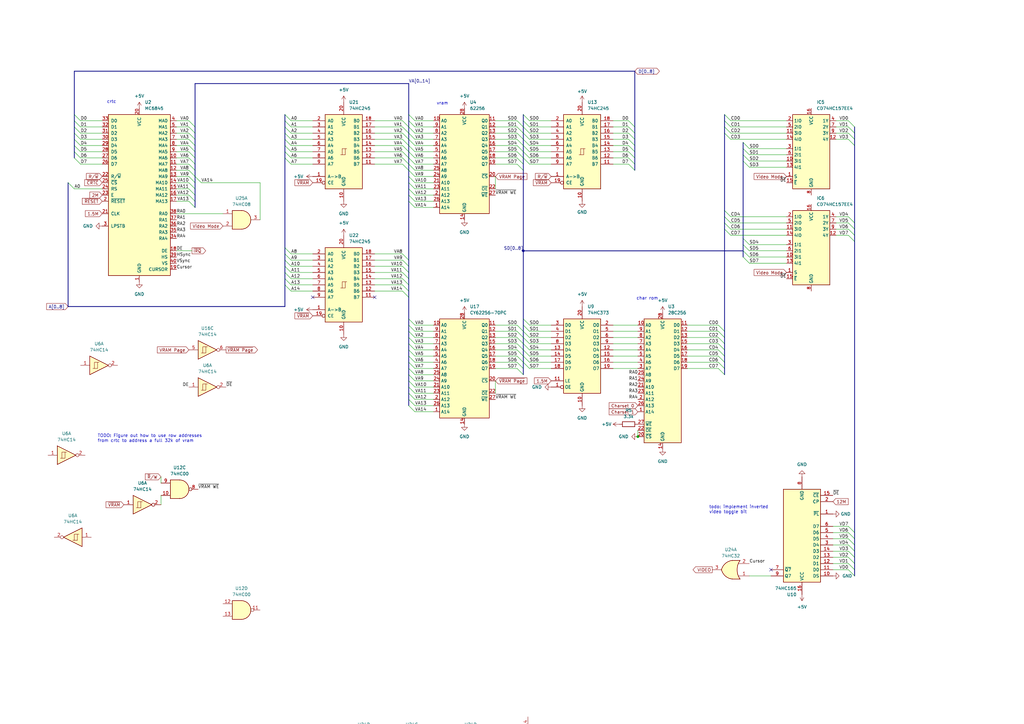
<source format=kicad_sch>
(kicad_sch (version 20230121) (generator eeschema)

  (uuid a4be59a9-1504-4ac5-9a66-eb64ab9a25a8)

  (paper "A3")

  (title_block
    (title "ʕ·ᴥ·ʔ-video")
  )

  

  (junction (at 214.63 102.87) (diameter 0) (color 0 0 0 0)
    (uuid 7d3a4159-52e2-4608-a7d0-c51ce5ab0221)
  )
  (junction (at 261.62 179.07) (diameter 0) (color 0 0 0 0)
    (uuid e41c7295-f053-4c8b-8851-f651c8186ab4)
  )

  (no_connect (at 316.23 233.68) (uuid 2767d54d-66f6-4997-a5de-c84689bcec07))
  (no_connect (at 153.67 121.92) (uuid 59e01b31-9dd6-42b5-a354-39433aba0602))
  (no_connect (at 128.27 121.92) (uuid b666e1cc-82c4-47cc-ada3-e03bf01f00ad))

  (bus_entry (at 80.01 54.61) (size -2.54 -2.54)
    (stroke (width 0) (type default))
    (uuid 01ce8394-6724-4346-a6cf-a06c8697b871)
  )
  (bus_entry (at 212.09 52.07) (size 2.54 2.54)
    (stroke (width 0) (type default))
    (uuid 03e721db-315a-481a-8785-0403ffa8efc1)
  )
  (bus_entry (at 294.64 146.05) (size 2.54 2.54)
    (stroke (width 0) (type default))
    (uuid 05471636-1493-4292-99e1-5d767de4b784)
  )
  (bus_entry (at 297.18 49.53) (size 2.54 2.54)
    (stroke (width 0) (type default))
    (uuid 055efd4b-cf34-47fa-af0b-92445a96b5ab)
  )
  (bus_entry (at 30.48 52.07) (size 2.54 2.54)
    (stroke (width 0) (type default))
    (uuid 0a0a8205-a212-4074-ac0a-2ad675c975cf)
  )
  (bus_entry (at 167.64 151.13) (size 2.54 2.54)
    (stroke (width 0) (type default))
    (uuid 0b7205cd-e498-40d4-a785-7cf71dcf68b5)
  )
  (bus_entry (at 212.09 67.31) (size 2.54 2.54)
    (stroke (width 0) (type default))
    (uuid 0e35145a-26ac-43ea-b233-1192eb0e495a)
  )
  (bus_entry (at 304.8 60.96) (size 2.54 2.54)
    (stroke (width 0) (type default))
    (uuid 0e85f9fb-d35d-41e0-a6cc-6d8555e3ffd9)
  )
  (bus_entry (at 214.63 146.05) (size 2.54 2.54)
    (stroke (width 0) (type default))
    (uuid 0fb556d2-d961-4d16-b9bf-0c06c0499440)
  )
  (bus_entry (at 167.64 52.07) (size 2.54 2.54)
    (stroke (width 0) (type default))
    (uuid 10f823b2-b31c-4826-804f-f4399e6ad4bf)
  )
  (bus_entry (at 214.63 46.99) (size 2.54 2.54)
    (stroke (width 0) (type default))
    (uuid 126ebde0-6ef4-4818-876c-f2e4e50958bd)
  )
  (bus_entry (at 167.64 109.22) (size -2.54 -2.54)
    (stroke (width 0) (type default))
    (uuid 139edcde-6515-4d2b-aa87-c4591d323502)
  )
  (bus_entry (at 214.63 148.59) (size 2.54 2.54)
    (stroke (width 0) (type default))
    (uuid 17092557-81ca-440b-9781-c96195cd06ee)
  )
  (bus_entry (at 294.64 151.13) (size 2.54 2.54)
    (stroke (width 0) (type default))
    (uuid 184154b9-7c26-47e8-be30-95ed9d8cd9a8)
  )
  (bus_entry (at 116.84 59.69) (size 2.54 2.54)
    (stroke (width 0) (type default))
    (uuid 19195208-f7c4-40a4-8883-023e1504d01a)
  )
  (bus_entry (at 116.84 57.15) (size 2.54 2.54)
    (stroke (width 0) (type default))
    (uuid 191a0713-7286-418e-aea0-0557af4aa7d1)
  )
  (bus_entry (at 347.98 96.52) (size 2.54 2.54)
    (stroke (width 0) (type default))
    (uuid 19edf424-e7e1-4d7a-b444-701a5897398e)
  )
  (bus_entry (at 257.81 59.69) (size 2.54 2.54)
    (stroke (width 0) (type default))
    (uuid 1c620a96-48be-493b-a7a4-c9cf5d85c152)
  )
  (bus_entry (at 212.09 148.59) (size 2.54 2.54)
    (stroke (width 0) (type default))
    (uuid 1ed13496-97b4-40f0-baf1-2aa61ff0c26c)
  )
  (bus_entry (at 214.63 130.81) (size 2.54 2.54)
    (stroke (width 0) (type default))
    (uuid 2251a7d6-e578-426a-9e90-d0ef974c30ec)
  )
  (bus_entry (at 294.64 138.43) (size 2.54 2.54)
    (stroke (width 0) (type default))
    (uuid 23e55588-acbf-4cd8-96d2-4d94e576137e)
  )
  (bus_entry (at 297.18 46.99) (size 2.54 2.54)
    (stroke (width 0) (type default))
    (uuid 250c92a7-32b7-4eed-9d8a-36ed2be2847a)
  )
  (bus_entry (at 80.01 69.85) (size -2.54 -2.54)
    (stroke (width 0) (type default))
    (uuid 25a479be-38c5-4518-bfb3-0db030ea9a54)
  )
  (bus_entry (at 304.8 105.41) (size 2.54 2.54)
    (stroke (width 0) (type default))
    (uuid 25ec750b-91d3-4c21-b5c4-80ca50f15c54)
  )
  (bus_entry (at 212.09 133.35) (size 2.54 2.54)
    (stroke (width 0) (type default))
    (uuid 2661396f-b08b-4adc-b6d6-75718580c458)
  )
  (bus_entry (at 167.64 146.05) (size 2.54 2.54)
    (stroke (width 0) (type default))
    (uuid 27b1dfb1-845e-46ae-849a-1d0682e9c680)
  )
  (bus_entry (at 212.09 59.69) (size 2.54 2.54)
    (stroke (width 0) (type default))
    (uuid 2973f24f-e055-4b13-9286-81ff01447ef9)
  )
  (bus_entry (at 167.64 57.15) (size -2.54 -2.54)
    (stroke (width 0) (type default))
    (uuid 2b8497f7-1470-467b-bb48-f9cc993ae1da)
  )
  (bus_entry (at 116.84 114.3) (size 2.54 2.54)
    (stroke (width 0) (type default))
    (uuid 2b865bb2-7343-4b63-abe3-882b682a94bd)
  )
  (bus_entry (at 116.84 49.53) (size 2.54 2.54)
    (stroke (width 0) (type default))
    (uuid 2c637147-e115-4c90-adc7-83e21afa8f10)
  )
  (bus_entry (at 116.84 111.76) (size 2.54 2.54)
    (stroke (width 0) (type default))
    (uuid 2f3b1b13-96f4-4ec1-8fa4-c2e636b0f4fb)
  )
  (bus_entry (at 167.64 64.77) (size -2.54 -2.54)
    (stroke (width 0) (type default))
    (uuid 30746714-f32f-48d9-b2eb-1da8574836db)
  )
  (bus_entry (at 297.18 86.36) (size 2.54 2.54)
    (stroke (width 0) (type default))
    (uuid 319f3212-b72d-470b-8be5-2b8bb4db46bb)
  )
  (bus_entry (at 347.98 49.53) (size 2.54 2.54)
    (stroke (width 0) (type default))
    (uuid 31a7dc0e-9586-4b8d-bfc1-7e76e3004200)
  )
  (bus_entry (at 167.64 54.61) (size -2.54 -2.54)
    (stroke (width 0) (type default))
    (uuid 3313504a-f071-4fb7-9eb9-b6e5f26fa8c1)
  )
  (bus_entry (at 116.84 101.6) (size 2.54 2.54)
    (stroke (width 0) (type default))
    (uuid 3405fb25-e54d-40e3-b2a8-df91f4f30911)
  )
  (bus_entry (at 257.81 57.15) (size 2.54 2.54)
    (stroke (width 0) (type default))
    (uuid 39d790f7-cc81-4f03-a170-e40b6979b9ce)
  )
  (bus_entry (at 214.63 138.43) (size 2.54 2.54)
    (stroke (width 0) (type default))
    (uuid 3adfdf24-2e6b-4df1-b885-37694b63ed35)
  )
  (bus_entry (at 116.84 116.84) (size 2.54 2.54)
    (stroke (width 0) (type default))
    (uuid 3bfcab0a-c978-4a12-b997-63a85772e6cb)
  )
  (bus_entry (at 80.01 77.47) (size -2.54 -2.54)
    (stroke (width 0) (type default))
    (uuid 3ffea260-82c8-432a-9e8e-d3a7b002a6cc)
  )
  (bus_entry (at 347.98 54.61) (size 2.54 2.54)
    (stroke (width 0) (type default))
    (uuid 41098db9-4948-4211-97de-140900525e4e)
  )
  (bus_entry (at 347.98 57.15) (size 2.54 2.54)
    (stroke (width 0) (type default))
    (uuid 4113f5de-f31a-4f82-b09c-5fc5d3cb5e06)
  )
  (bus_entry (at 167.64 62.23) (size -2.54 -2.54)
    (stroke (width 0) (type default))
    (uuid 430a79d2-4df8-4f0d-9ab4-9418db4d408a)
  )
  (bus_entry (at 257.81 62.23) (size 2.54 2.54)
    (stroke (width 0) (type default))
    (uuid 449ea6c6-99c7-4b75-b797-b72ecc3b3a98)
  )
  (bus_entry (at 347.98 91.44) (size 2.54 2.54)
    (stroke (width 0) (type default))
    (uuid 44a457d6-b6ec-475f-87ec-4a9971a17990)
  )
  (bus_entry (at 167.64 82.55) (size 2.54 2.54)
    (stroke (width 0) (type default))
    (uuid 453ce7ac-4369-44bf-9d2a-d51054ff6d25)
  )
  (bus_entry (at 167.64 133.35) (size 2.54 2.54)
    (stroke (width 0) (type default))
    (uuid 47a34ebf-b807-4ff0-9dce-d085d1bdb3d4)
  )
  (bus_entry (at 214.63 59.69) (size 2.54 2.54)
    (stroke (width 0) (type default))
    (uuid 49e42d23-8a67-4a68-86d0-673fdc002809)
  )
  (bus_entry (at 297.18 54.61) (size 2.54 2.54)
    (stroke (width 0) (type default))
    (uuid 4aa06950-58c3-48e0-8103-5b85d5a0fbc1)
  )
  (bus_entry (at 167.64 130.81) (size 2.54 2.54)
    (stroke (width 0) (type default))
    (uuid 4be940ad-ab54-4a19-82be-9aeaa976d254)
  )
  (bus_entry (at 257.81 64.77) (size 2.54 2.54)
    (stroke (width 0) (type default))
    (uuid 4e12c1d9-39f3-4978-82e1-cc5b4b1c8df7)
  )
  (bus_entry (at 257.81 54.61) (size 2.54 2.54)
    (stroke (width 0) (type default))
    (uuid 50bf3e30-41e4-411b-b983-97c6e4cc7dd6)
  )
  (bus_entry (at 212.09 146.05) (size 2.54 2.54)
    (stroke (width 0) (type default))
    (uuid 531dff60-2de3-46c7-9dc2-851ca3ca8eab)
  )
  (bus_entry (at 167.64 62.23) (size 2.54 2.54)
    (stroke (width 0) (type default))
    (uuid 53d8192a-098b-41bd-9165-748831feb72c)
  )
  (bus_entry (at 30.48 46.99) (size 2.54 2.54)
    (stroke (width 0) (type default))
    (uuid 5629c58d-07e4-479c-be32-2cb6c9ace389)
  )
  (bus_entry (at 347.98 220.98) (size 2.54 2.54)
    (stroke (width 0) (type default))
    (uuid 57628bcc-22f1-47b3-a990-904223235717)
  )
  (bus_entry (at 30.48 64.77) (size 2.54 2.54)
    (stroke (width 0) (type default))
    (uuid 5775b881-a0f5-4569-b47d-241dc70930f0)
  )
  (bus_entry (at 167.64 143.51) (size 2.54 2.54)
    (stroke (width 0) (type default))
    (uuid 582aec1c-2326-4bca-830d-18bc500cc784)
  )
  (bus_entry (at 347.98 228.6) (size 2.54 2.54)
    (stroke (width 0) (type default))
    (uuid 587a1e59-517a-49a0-852d-2201b707287e)
  )
  (bus_entry (at 294.64 143.51) (size 2.54 2.54)
    (stroke (width 0) (type default))
    (uuid 58e20c76-caef-47d5-b701-34b3acd3c3fa)
  )
  (bus_entry (at 167.64 156.21) (size 2.54 2.54)
    (stroke (width 0) (type default))
    (uuid 5b6dc629-ed78-4ad9-ba8a-c43f55c20a5b)
  )
  (bus_entry (at 214.63 135.89) (size 2.54 2.54)
    (stroke (width 0) (type default))
    (uuid 5bb58f03-7b8f-4d7d-b765-42727fcfaaa0)
  )
  (bus_entry (at 167.64 72.39) (size 2.54 2.54)
    (stroke (width 0) (type default))
    (uuid 5cc799ca-d3f6-43ce-9332-a549c5b55d54)
  )
  (bus_entry (at 347.98 88.9) (size 2.54 2.54)
    (stroke (width 0) (type default))
    (uuid 5dac3665-6c5f-46fb-b343-47668a66d050)
  )
  (bus_entry (at 214.63 49.53) (size 2.54 2.54)
    (stroke (width 0) (type default))
    (uuid 64d8e591-4973-4ea9-a1ef-903f80af8e82)
  )
  (bus_entry (at 212.09 143.51) (size 2.54 2.54)
    (stroke (width 0) (type default))
    (uuid 650a68fa-9cf7-4f34-88d1-d7bfc7a488f5)
  )
  (bus_entry (at 212.09 62.23) (size 2.54 2.54)
    (stroke (width 0) (type default))
    (uuid 663326f9-a181-47cd-a339-f9c9340bb62a)
  )
  (bus_entry (at 214.63 143.51) (size 2.54 2.54)
    (stroke (width 0) (type default))
    (uuid 67d2bd30-bca1-414c-8341-e2bf47044a84)
  )
  (bus_entry (at 167.64 114.3) (size -2.54 -2.54)
    (stroke (width 0) (type default))
    (uuid 6a7f06de-02ea-475b-bed4-47252846ef90)
  )
  (bus_entry (at 167.64 116.84) (size -2.54 -2.54)
    (stroke (width 0) (type default))
    (uuid 6bb9bf82-9f40-4b7b-85b2-44c7fb70dfff)
  )
  (bus_entry (at 80.01 52.07) (size -2.54 -2.54)
    (stroke (width 0) (type default))
    (uuid 6bf2b550-543f-49e0-9132-a912bea9e61a)
  )
  (bus_entry (at 167.64 121.92) (size -2.54 -2.54)
    (stroke (width 0) (type default))
    (uuid 6faa3903-2c3a-456c-84fc-fa4220da7e51)
  )
  (bus_entry (at 80.01 72.39) (size -2.54 -2.54)
    (stroke (width 0) (type default))
    (uuid 70170c9e-0acb-45fd-b8f5-3985a5c1a9de)
  )
  (bus_entry (at 297.18 88.9) (size 2.54 2.54)
    (stroke (width 0) (type default))
    (uuid 724ee560-5117-4e50-b593-47ddbfadc1a7)
  )
  (bus_entry (at 167.64 77.47) (size 2.54 2.54)
    (stroke (width 0) (type default))
    (uuid 727e65e1-defa-4d6b-afd6-e8a0e5419a61)
  )
  (bus_entry (at 304.8 58.42) (size 2.54 2.54)
    (stroke (width 0) (type default))
    (uuid 72ca8187-1916-485c-ab7f-1a15d2a2b541)
  )
  (bus_entry (at 297.18 91.44) (size 2.54 2.54)
    (stroke (width 0) (type default))
    (uuid 73b15b62-9a42-4069-9090-b93a068d3c9e)
  )
  (bus_entry (at 167.64 80.01) (size 2.54 2.54)
    (stroke (width 0) (type default))
    (uuid 7507358a-30de-40f3-821f-1ee9d32de884)
  )
  (bus_entry (at 257.81 49.53) (size 2.54 2.54)
    (stroke (width 0) (type default))
    (uuid 75ab6512-e23b-4d8b-997f-2afc63e66636)
  )
  (bus_entry (at 294.64 133.35) (size 2.54 2.54)
    (stroke (width 0) (type default))
    (uuid 75e98881-1d09-4116-a59d-dc7f4616a4e2)
  )
  (bus_entry (at 347.98 223.52) (size 2.54 2.54)
    (stroke (width 0) (type default))
    (uuid 760f4004-cb31-4592-a4db-b901bfd215ef)
  )
  (bus_entry (at 214.63 57.15) (size 2.54 2.54)
    (stroke (width 0) (type default))
    (uuid 7a62a32b-895e-4054-959b-ad6bdbbf064d)
  )
  (bus_entry (at 167.64 52.07) (size -2.54 -2.54)
    (stroke (width 0) (type default))
    (uuid 7b3569ca-e571-4429-a9a1-79f12ea8d71c)
  )
  (bus_entry (at 212.09 49.53) (size 2.54 2.54)
    (stroke (width 0) (type default))
    (uuid 7befef95-505e-42e5-9563-87b05bb0a610)
  )
  (bus_entry (at 167.64 158.75) (size 2.54 2.54)
    (stroke (width 0) (type default))
    (uuid 7cda48e5-a1ed-4b2c-ab62-57f8e5d898f2)
  )
  (bus_entry (at 80.01 82.55) (size -2.54 -2.54)
    (stroke (width 0) (type default))
    (uuid 7ce05b57-e86f-46f8-b429-3312b32255af)
  )
  (bus_entry (at 294.64 135.89) (size 2.54 2.54)
    (stroke (width 0) (type default))
    (uuid 7dbdab78-bff5-4c6a-9bbb-fdb72a5217d4)
  )
  (bus_entry (at 347.98 52.07) (size 2.54 2.54)
    (stroke (width 0) (type default))
    (uuid 7e7050fa-fb34-4476-8725-77c2bddc6049)
  )
  (bus_entry (at 167.64 111.76) (size -2.54 -2.54)
    (stroke (width 0) (type default))
    (uuid 7f7ad328-0b64-49a1-9d03-ddf2f7baaef3)
  )
  (bus_entry (at 214.63 140.97) (size 2.54 2.54)
    (stroke (width 0) (type default))
    (uuid 81022cb3-5659-4479-bb23-39dbb1720892)
  )
  (bus_entry (at 80.01 85.09) (size -2.54 -2.54)
    (stroke (width 0) (type default))
    (uuid 8183171a-24ff-4194-8bfa-ea71812e0e07)
  )
  (bus_entry (at 347.98 231.14) (size 2.54 2.54)
    (stroke (width 0) (type default))
    (uuid 83357741-81b1-4100-83d9-b234f0895231)
  )
  (bus_entry (at 214.63 54.61) (size 2.54 2.54)
    (stroke (width 0) (type default))
    (uuid 837d8bb3-401a-4704-a4ba-9d7925a5e6e2)
  )
  (bus_entry (at 167.64 69.85) (size -2.54 -2.54)
    (stroke (width 0) (type default))
    (uuid 83ad8385-fbb3-471c-85d7-dd5e4e839395)
  )
  (bus_entry (at 30.48 62.23) (size 2.54 2.54)
    (stroke (width 0) (type default))
    (uuid 8540b3b9-c285-48f8-8b03-313d2145c31d)
  )
  (bus_entry (at 304.8 97.79) (size 2.54 2.54)
    (stroke (width 0) (type default))
    (uuid 85c3b178-e0c7-4d40-823d-e95e0a55f90f)
  )
  (bus_entry (at 167.64 135.89) (size 2.54 2.54)
    (stroke (width 0) (type default))
    (uuid 85cc56fc-a732-4123-ba56-15c9bd83d91f)
  )
  (bus_entry (at 167.64 148.59) (size 2.54 2.54)
    (stroke (width 0) (type default))
    (uuid 876e1c71-9601-4fc6-abf3-d58324a2bef8)
  )
  (bus_entry (at 167.64 163.83) (size 2.54 2.54)
    (stroke (width 0) (type default))
    (uuid 87ebdc93-dfc1-4c20-9757-27cba510062b)
  )
  (bus_entry (at 294.64 140.97) (size 2.54 2.54)
    (stroke (width 0) (type default))
    (uuid 881e6892-52c8-4d4f-b1eb-c5f162e73a7b)
  )
  (bus_entry (at 167.64 54.61) (size 2.54 2.54)
    (stroke (width 0) (type default))
    (uuid 89062916-ca87-462c-a268-38a2287f12b2)
  )
  (bus_entry (at 80.01 80.01) (size -2.54 -2.54)
    (stroke (width 0) (type default))
    (uuid 8c917c2b-6ff8-4d02-bbe2-427de1bdd5d7)
  )
  (bus_entry (at 167.64 166.37) (size 2.54 2.54)
    (stroke (width 0) (type default))
    (uuid 8f8e72ab-34b4-4869-9898-f843860b12ff)
  )
  (bus_entry (at 30.48 59.69) (size 2.54 2.54)
    (stroke (width 0) (type default))
    (uuid 935c3afc-62c6-4b57-b3fb-799c112c9af3)
  )
  (bus_entry (at 167.64 153.67) (size 2.54 2.54)
    (stroke (width 0) (type default))
    (uuid 93e99877-d203-4a97-a616-82e65387396b)
  )
  (bus_entry (at 212.09 54.61) (size 2.54 2.54)
    (stroke (width 0) (type default))
    (uuid 95bf1f67-4479-4b62-ba32-65f80472ed01)
  )
  (bus_entry (at 347.98 215.9) (size 2.54 2.54)
    (stroke (width 0) (type default))
    (uuid 961cf1c8-4529-437f-8202-6655483a4928)
  )
  (bus_entry (at 116.84 106.68) (size 2.54 2.54)
    (stroke (width 0) (type default))
    (uuid 9701ab35-c092-4536-8b74-2dbfd8a9a89d)
  )
  (bus_entry (at 304.8 100.33) (size 2.54 2.54)
    (stroke (width 0) (type default))
    (uuid 99a8bd6e-4e58-4c73-aff1-bdde06452cbb)
  )
  (bus_entry (at 214.63 64.77) (size 2.54 2.54)
    (stroke (width 0) (type default))
    (uuid 9dbbf3f3-0a62-4f8d-baa9-1936b3f198f0)
  )
  (bus_entry (at 80.01 74.93) (size -2.54 -2.54)
    (stroke (width 0) (type default))
    (uuid 9e313f80-ccbe-48cb-816d-d0a5935415a8)
  )
  (bus_entry (at 214.63 62.23) (size 2.54 2.54)
    (stroke (width 0) (type default))
    (uuid 9e864392-c00f-4405-8c96-8a56669c021a)
  )
  (bus_entry (at 167.64 74.93) (size 2.54 2.54)
    (stroke (width 0) (type default))
    (uuid a178b13f-b573-44d9-b0d6-b201f101065d)
  )
  (bus_entry (at 167.64 119.38) (size -2.54 -2.54)
    (stroke (width 0) (type default))
    (uuid a204a2ad-c0c5-4fc5-983d-ed2c1d694f5d)
  )
  (bus_entry (at 30.48 49.53) (size 2.54 2.54)
    (stroke (width 0) (type default))
    (uuid a3503ad6-6255-4fa1-a3fb-e016ecb4127a)
  )
  (bus_entry (at 167.64 59.69) (size 2.54 2.54)
    (stroke (width 0) (type default))
    (uuid a36f2336-9730-478c-b6f2-d8d0bf546d49)
  )
  (bus_entry (at 167.64 106.68) (size -2.54 -2.54)
    (stroke (width 0) (type default))
    (uuid a3902d03-58eb-4362-a461-d910a3febdf5)
  )
  (bus_entry (at 212.09 151.13) (size 2.54 2.54)
    (stroke (width 0) (type default))
    (uuid a3f6e103-015e-4e67-9c19-e11180900d49)
  )
  (bus_entry (at 80.01 62.23) (size -2.54 -2.54)
    (stroke (width 0) (type default))
    (uuid a4609431-fde9-48e2-b022-cacab2e43e2e)
  )
  (bus_entry (at 347.98 226.06) (size 2.54 2.54)
    (stroke (width 0) (type default))
    (uuid a569849e-b0f8-4a84-9549-1cff97bf4c61)
  )
  (bus_entry (at 30.48 57.15) (size 2.54 2.54)
    (stroke (width 0) (type default))
    (uuid a866049e-a6e0-43fa-b8ea-1cc19625fdd9)
  )
  (bus_entry (at 212.09 138.43) (size 2.54 2.54)
    (stroke (width 0) (type default))
    (uuid abf79385-1f2e-4ea4-94c4-2430459e1a97)
  )
  (bus_entry (at 304.8 102.87) (size 2.54 2.54)
    (stroke (width 0) (type default))
    (uuid adad55fb-8e06-4af7-9d43-0b0e4c460366)
  )
  (bus_entry (at 80.01 67.31) (size -2.54 -2.54)
    (stroke (width 0) (type default))
    (uuid af13fa4a-8d47-4316-a876-e1eb05162d74)
  )
  (bus_entry (at 167.64 46.99) (size 2.54 2.54)
    (stroke (width 0) (type default))
    (uuid b07fe230-eb8a-4a24-9cf8-0b9ad2e27e08)
  )
  (bus_entry (at 116.84 62.23) (size 2.54 2.54)
    (stroke (width 0) (type default))
    (uuid b153611e-6cfb-40d1-a093-b91b7bdbc025)
  )
  (bus_entry (at 304.8 66.04) (size 2.54 2.54)
    (stroke (width 0) (type default))
    (uuid b16b497d-c081-407c-b7f2-5aa4753a7942)
  )
  (bus_entry (at 212.09 57.15) (size 2.54 2.54)
    (stroke (width 0) (type default))
    (uuid b6aab3d0-ad33-4c6a-867f-efcbcfaf8c08)
  )
  (bus_entry (at 30.48 77.47) (size -2.54 -2.54)
    (stroke (width 0) (type default))
    (uuid b8921af9-e1d7-42fd-90f0-a31b926395c4)
  )
  (bus_entry (at 30.48 54.61) (size 2.54 2.54)
    (stroke (width 0) (type default))
    (uuid b9029977-2c8e-421c-a62b-b58d160c311b)
  )
  (bus_entry (at 116.84 64.77) (size 2.54 2.54)
    (stroke (width 0) (type default))
    (uuid b915b7c5-9b3b-47c3-b8f0-69eb3555ee14)
  )
  (bus_entry (at 116.84 54.61) (size 2.54 2.54)
    (stroke (width 0) (type default))
    (uuid ba287e97-1127-428e-9c85-1cff9118b5a8)
  )
  (bus_entry (at 212.09 64.77) (size 2.54 2.54)
    (stroke (width 0) (type default))
    (uuid bb347d85-c89d-4e6e-a689-a39547090738)
  )
  (bus_entry (at 297.18 52.07) (size 2.54 2.54)
    (stroke (width 0) (type default))
    (uuid bc5b4b2f-85d4-4f7b-8985-bef61eee2364)
  )
  (bus_entry (at 347.98 93.98) (size 2.54 2.54)
    (stroke (width 0) (type default))
    (uuid bca97879-3fd3-449a-955e-213eae718ed4)
  )
  (bus_entry (at 167.64 140.97) (size 2.54 2.54)
    (stroke (width 0) (type default))
    (uuid be23935f-c6b7-44fd-b54d-ad520910d5a0)
  )
  (bus_entry (at 347.98 218.44) (size 2.54 2.54)
    (stroke (width 0) (type default))
    (uuid be3e9c6c-99a9-4c11-9b5a-152843795741)
  )
  (bus_entry (at 212.09 140.97) (size 2.54 2.54)
    (stroke (width 0) (type default))
    (uuid bf08187b-f8ee-4d50-9fce-fc630b3271a8)
  )
  (bus_entry (at 167.64 57.15) (size 2.54 2.54)
    (stroke (width 0) (type default))
    (uuid bfe6cca6-311b-4ae8-ba4a-5806afe72ab3)
  )
  (bus_entry (at 167.64 67.31) (size -2.54 -2.54)
    (stroke (width 0) (type default))
    (uuid c41bf8c6-dd2f-4ca3-bede-b7ca747a71fc)
  )
  (bus_entry (at 116.84 46.99) (size 2.54 2.54)
    (stroke (width 0) (type default))
    (uuid c63523e2-7aa4-4658-9987-2f9c3202f7d7)
  )
  (bus_entry (at 214.63 52.07) (size 2.54 2.54)
    (stroke (width 0) (type default))
    (uuid c65ee8f1-b9b8-4b30-ab69-5dcdbaaf4e1c)
  )
  (bus_entry (at 304.8 63.5) (size 2.54 2.54)
    (stroke (width 0) (type default))
    (uuid c72561d8-18da-4680-b2b5-d11eca187885)
  )
  (bus_entry (at 167.64 49.53) (size 2.54 2.54)
    (stroke (width 0) (type default))
    (uuid cb97f8a7-4049-4594-acab-688da1eb3a36)
  )
  (bus_entry (at 347.98 233.68) (size 2.54 2.54)
    (stroke (width 0) (type default))
    (uuid cc1b2b04-8981-40f9-8915-2b313d872e7f)
  )
  (bus_entry (at 167.64 69.85) (size 2.54 2.54)
    (stroke (width 0) (type default))
    (uuid d024af70-0ac1-454c-adca-89fdea4b5fbb)
  )
  (bus_entry (at 167.64 59.69) (size -2.54 -2.54)
    (stroke (width 0) (type default))
    (uuid d1e5a431-220e-46a2-854d-8fea7d0b6b06)
  )
  (bus_entry (at 257.81 67.31) (size 2.54 2.54)
    (stroke (width 0) (type default))
    (uuid d4d9c6ff-c061-462b-a228-98146f9f38eb)
  )
  (bus_entry (at 257.81 52.07) (size 2.54 2.54)
    (stroke (width 0) (type default))
    (uuid d89ddb1e-e85c-402c-9d38-76944b2b2251)
  )
  (bus_entry (at 214.63 133.35) (size 2.54 2.54)
    (stroke (width 0) (type default))
    (uuid dbc8ae58-6ddf-43d6-9e0c-c1d6d8145fc4)
  )
  (bus_entry (at 167.64 138.43) (size 2.54 2.54)
    (stroke (width 0) (type default))
    (uuid dd30f309-45dd-414b-b0b7-7e97fa76d0e1)
  )
  (bus_entry (at 80.01 64.77) (size -2.54 -2.54)
    (stroke (width 0) (type default))
    (uuid e120782d-3b75-4d47-92f4-c65b78b4b2f0)
  )
  (bus_entry (at 297.18 93.98) (size 2.54 2.54)
    (stroke (width 0) (type default))
    (uuid e72cc91e-2934-4efe-bf2e-19f90a92cd0f)
  )
  (bus_entry (at 212.09 135.89) (size 2.54 2.54)
    (stroke (width 0) (type default))
    (uuid e94bd927-c6ad-4e95-a479-6513d41be35e)
  )
  (bus_entry (at 167.64 64.77) (size 2.54 2.54)
    (stroke (width 0) (type default))
    (uuid ee46d806-4108-4394-92f2-d69e03d7bdf8)
  )
  (bus_entry (at 116.84 104.14) (size 2.54 2.54)
    (stroke (width 0) (type default))
    (uuid f085b35e-0f6b-41b7-b539-9096971c93ee)
  )
  (bus_entry (at 294.64 148.59) (size 2.54 2.54)
    (stroke (width 0) (type default))
    (uuid f2dfa9cb-5476-4217-aeaa-640457e616f9)
  )
  (bus_entry (at 167.64 67.31) (size 2.54 2.54)
    (stroke (width 0) (type default))
    (uuid f507ecc0-2515-41eb-82d4-b3ef7c0f84dd)
  )
  (bus_entry (at 80.01 59.69) (size -2.54 -2.54)
    (stroke (width 0) (type default))
    (uuid fa6eb1c6-af77-4b03-a705-374a00818a98)
  )
  (bus_entry (at 80.01 57.15) (size -2.54 -2.54)
    (stroke (width 0) (type default))
    (uuid fca813ce-6b8d-4ddb-b83c-1246293d605c)
  )
  (bus_entry (at 167.64 161.29) (size 2.54 2.54)
    (stroke (width 0) (type default))
    (uuid fd01e447-e1de-4e05-8602-c53a38e31bcc)
  )
  (bus_entry (at 80.01 72.39) (size 2.54 2.54)
    (stroke (width 0) (type default))
    (uuid fd4e0c6e-4b31-40cd-a77c-4a481e2e3846)
  )
  (bus_entry (at 116.84 109.22) (size 2.54 2.54)
    (stroke (width 0) (type default))
    (uuid fe1acf91-8957-46be-b45c-294da4970e17)
  )
  (bus_entry (at 116.84 52.07) (size 2.54 2.54)
    (stroke (width 0) (type default))
    (uuid fe4bbdd3-9d42-4f1e-9a25-ffe19d6076ea)
  )

  (wire (pts (xy 119.38 49.53) (xy 128.27 49.53))
    (stroke (width 0) (type default))
    (uuid 0002d5c5-2885-4ace-8a23-06091b0036d2)
  )
  (bus (pts (xy 214.63 57.15) (xy 214.63 59.69))
    (stroke (width 0) (type default))
    (uuid 0129fc07-2c8f-4f48-b67f-a1250c8409e6)
  )
  (bus (pts (xy 260.35 54.61) (xy 260.35 57.15))
    (stroke (width 0) (type default))
    (uuid 01a734d2-194f-4f02-a1c3-b653d7d45beb)
  )

  (wire (pts (xy 72.39 54.61) (xy 77.47 54.61))
    (stroke (width 0) (type default))
    (uuid 029a7052-a6c2-434f-80ee-6b13c6540107)
  )
  (bus (pts (xy 167.64 133.35) (xy 167.64 135.89))
    (stroke (width 0) (type default))
    (uuid 03ce6105-1a9e-4df6-af73-39ff5dd26236)
  )

  (wire (pts (xy 170.18 72.39) (xy 177.8 72.39))
    (stroke (width 0) (type default))
    (uuid 041af53c-f813-4021-b058-aba5e344b64f)
  )
  (bus (pts (xy 116.84 111.76) (xy 116.84 114.3))
    (stroke (width 0) (type default))
    (uuid 0480bff5-8347-4adb-a202-f099576ea96c)
  )

  (wire (pts (xy 153.67 62.23) (xy 165.1 62.23))
    (stroke (width 0) (type default))
    (uuid 04dc2913-b3fb-4c35-8637-2ebd01d00e27)
  )
  (bus (pts (xy 167.64 54.61) (xy 167.64 57.15))
    (stroke (width 0) (type default))
    (uuid 062a2059-c505-401c-b541-d2de45bc90de)
  )

  (wire (pts (xy 170.18 168.91) (xy 177.8 168.91))
    (stroke (width 0) (type default))
    (uuid 06fb754a-3554-435d-9d53-182c69a816ae)
  )
  (wire (pts (xy 251.46 138.43) (xy 261.62 138.43))
    (stroke (width 0) (type default))
    (uuid 06fbf73d-ed49-4064-97ee-2210227f1489)
  )
  (bus (pts (xy 350.52 226.06) (xy 350.52 228.6))
    (stroke (width 0) (type default))
    (uuid 070feef6-749d-4c68-ab13-627585256908)
  )

  (wire (pts (xy 217.17 146.05) (xy 226.06 146.05))
    (stroke (width 0) (type default))
    (uuid 0b9d094b-66cf-4faa-b952-21f66eb0f356)
  )
  (wire (pts (xy 33.02 62.23) (xy 41.91 62.23))
    (stroke (width 0) (type default))
    (uuid 0be9362c-c80c-409c-962c-b9bf5ec68a1a)
  )
  (wire (pts (xy 72.39 62.23) (xy 77.47 62.23))
    (stroke (width 0) (type default))
    (uuid 0c88f9ce-25df-40e0-9017-6d2690f95598)
  )
  (wire (pts (xy 251.46 146.05) (xy 261.62 146.05))
    (stroke (width 0) (type default))
    (uuid 0e81295f-19eb-4fa6-975f-07b78b63f8b0)
  )
  (bus (pts (xy 167.64 114.3) (xy 167.64 116.84))
    (stroke (width 0) (type default))
    (uuid 10304b75-0ccd-47c2-8239-96f7af81376b)
  )

  (wire (pts (xy 119.38 67.31) (xy 128.27 67.31))
    (stroke (width 0) (type default))
    (uuid 1052485a-0bd3-4cff-bd7b-b997bdcada0c)
  )
  (wire (pts (xy 153.67 114.3) (xy 165.1 114.3))
    (stroke (width 0) (type default))
    (uuid 10d59b5a-2456-4db2-963a-0ef24bc3ea1f)
  )
  (wire (pts (xy 299.72 49.53) (xy 322.58 49.53))
    (stroke (width 0) (type default))
    (uuid 12265b1d-8550-4f02-8292-319817d1fcd7)
  )
  (wire (pts (xy 170.18 156.21) (xy 177.8 156.21))
    (stroke (width 0) (type default))
    (uuid 12f82cef-daad-4c75-b571-13ba42da3eff)
  )
  (wire (pts (xy 72.39 72.39) (xy 77.47 72.39))
    (stroke (width 0) (type default))
    (uuid 13c6d278-bc61-4ef8-b712-6d0598cf296f)
  )
  (bus (pts (xy 27.94 125.73) (xy 116.84 125.73))
    (stroke (width 0) (type default))
    (uuid 16fa1a5e-4658-4fcd-81a5-53aaf335c204)
  )

  (wire (pts (xy 203.2 57.15) (xy 212.09 57.15))
    (stroke (width 0) (type default))
    (uuid 16fce822-bb69-4f87-bd62-04ca68ea3280)
  )
  (bus (pts (xy 80.01 69.85) (xy 80.01 72.39))
    (stroke (width 0) (type default))
    (uuid 17f0c2c5-636f-4108-be96-0030539afbb2)
  )
  (bus (pts (xy 116.84 104.14) (xy 116.84 106.68))
    (stroke (width 0) (type default))
    (uuid 181a01f0-9272-4872-bb97-46dbf0534df9)
  )

  (wire (pts (xy 119.38 114.3) (xy 128.27 114.3))
    (stroke (width 0) (type default))
    (uuid 191ecd9a-d003-4e4f-9387-e9a8fb712e52)
  )
  (bus (pts (xy 167.64 135.89) (xy 167.64 138.43))
    (stroke (width 0) (type default))
    (uuid 1a0c2251-3dfd-40cd-85a1-6aa552272f45)
  )
  (bus (pts (xy 167.64 109.22) (xy 167.64 111.76))
    (stroke (width 0) (type default))
    (uuid 1ab20470-ea80-48e5-baed-b61c685aa102)
  )
  (bus (pts (xy 80.01 54.61) (xy 80.01 57.15))
    (stroke (width 0) (type default))
    (uuid 1c7e6179-f2b0-4978-a207-aa9920cf4e8d)
  )
  (bus (pts (xy 297.18 91.44) (xy 297.18 93.98))
    (stroke (width 0) (type default))
    (uuid 1dafcacd-2467-4085-a5c6-673d3d75addb)
  )
  (bus (pts (xy 214.63 133.35) (xy 214.63 135.89))
    (stroke (width 0) (type default))
    (uuid 1de41d22-137c-4bff-aadc-bd254d700a70)
  )
  (bus (pts (xy 167.64 77.47) (xy 167.64 80.01))
    (stroke (width 0) (type default))
    (uuid 1eb9d862-f3db-4184-a031-5d36a446bb42)
  )
  (bus (pts (xy 304.8 58.42) (xy 304.8 60.96))
    (stroke (width 0) (type default))
    (uuid 1fa0c839-2e7c-452d-807d-aea300166cd5)
  )

  (wire (pts (xy 72.39 82.55) (xy 77.47 82.55))
    (stroke (width 0) (type default))
    (uuid 1fc48c23-90b6-431f-b111-d05da25bde79)
  )
  (wire (pts (xy 153.67 52.07) (xy 165.1 52.07))
    (stroke (width 0) (type default))
    (uuid 20393a76-28bb-4ffa-8bbf-177d46fad023)
  )
  (wire (pts (xy 119.38 111.76) (xy 128.27 111.76))
    (stroke (width 0) (type default))
    (uuid 215c1aa0-661a-416f-9f9d-3f9015c19bf7)
  )
  (wire (pts (xy 106.68 74.93) (xy 106.68 90.17))
    (stroke (width 0) (type default))
    (uuid 217fe0c2-0bb6-4719-99b9-98ed628ffb61)
  )
  (bus (pts (xy 167.64 163.83) (xy 167.64 166.37))
    (stroke (width 0) (type default))
    (uuid 2214eea5-26c7-4d53-b5ab-eede874bfb12)
  )
  (bus (pts (xy 116.84 54.61) (xy 116.84 57.15))
    (stroke (width 0) (type default))
    (uuid 2230caa6-e912-4730-bdc8-f733f28743f1)
  )
  (bus (pts (xy 214.63 59.69) (xy 214.63 62.23))
    (stroke (width 0) (type default))
    (uuid 22e0859c-64a9-4472-9734-7517e8398ae7)
  )
  (bus (pts (xy 260.35 64.77) (xy 260.35 67.31))
    (stroke (width 0) (type default))
    (uuid 22f774e8-07a4-4203-b5c9-663207ab8ee6)
  )
  (bus (pts (xy 214.63 148.59) (xy 214.63 151.13))
    (stroke (width 0) (type default))
    (uuid 231aad2d-4c2b-40ec-8dce-566150c23463)
  )
  (bus (pts (xy 297.18 46.99) (xy 297.18 49.53))
    (stroke (width 0) (type default))
    (uuid 23c9ce6d-8069-491f-a0a0-9d27f6f310b4)
  )

  (wire (pts (xy 170.18 140.97) (xy 177.8 140.97))
    (stroke (width 0) (type default))
    (uuid 23f04b01-5c2b-49a5-ae3e-67eddf3344df)
  )
  (bus (pts (xy 304.8 97.79) (xy 304.8 100.33))
    (stroke (width 0) (type default))
    (uuid 2561aaed-8df2-4af8-8771-ba33d5dc7b2b)
  )
  (bus (pts (xy 350.52 54.61) (xy 350.52 57.15))
    (stroke (width 0) (type default))
    (uuid 258d168a-f8ae-4d18-a24c-4c15afacbb5f)
  )

  (wire (pts (xy 153.67 111.76) (xy 165.1 111.76))
    (stroke (width 0) (type default))
    (uuid 280370b2-01a2-477e-8ee6-1f0dacae84c9)
  )
  (wire (pts (xy 170.18 138.43) (xy 177.8 138.43))
    (stroke (width 0) (type default))
    (uuid 294e5340-1ad4-4ab4-95c8-1fd950ac636c)
  )
  (wire (pts (xy 170.18 146.05) (xy 177.8 146.05))
    (stroke (width 0) (type default))
    (uuid 295973d9-a82b-469f-acf9-72f1df31198a)
  )
  (wire (pts (xy 203.2 59.69) (xy 212.09 59.69))
    (stroke (width 0) (type default))
    (uuid 29ffc6da-488f-411e-9eb8-7ae108dab7c5)
  )
  (bus (pts (xy 116.84 49.53) (xy 116.84 52.07))
    (stroke (width 0) (type default))
    (uuid 2a433458-9f6f-4d89-95cd-6e4bdb5d4a1d)
  )

  (wire (pts (xy 251.46 148.59) (xy 261.62 148.59))
    (stroke (width 0) (type default))
    (uuid 2a4a4e28-c1c1-47bf-8b2c-0fa0bff99ca7)
  )
  (wire (pts (xy 281.94 133.35) (xy 294.64 133.35))
    (stroke (width 0) (type default))
    (uuid 2b43d341-510e-4281-b68f-fa51dca93807)
  )
  (bus (pts (xy 80.01 59.69) (xy 80.01 62.23))
    (stroke (width 0) (type default))
    (uuid 2c0e883c-1309-42a7-b8e1-5fada22655bd)
  )

  (wire (pts (xy 72.39 59.69) (xy 77.47 59.69))
    (stroke (width 0) (type default))
    (uuid 2c267c97-ef57-42da-b557-95e1c642bcfa)
  )
  (wire (pts (xy 153.67 54.61) (xy 165.1 54.61))
    (stroke (width 0) (type default))
    (uuid 2e9c856c-85bc-46a9-8796-f8fda667097f)
  )
  (wire (pts (xy 72.39 49.53) (xy 77.47 49.53))
    (stroke (width 0) (type default))
    (uuid 2eef17f1-85c0-462d-96cc-cc7ea2709917)
  )
  (wire (pts (xy 307.34 100.33) (xy 322.58 100.33))
    (stroke (width 0) (type default))
    (uuid 313ffc61-3673-4343-ad31-2121bf114ea1)
  )
  (bus (pts (xy 167.64 80.01) (xy 167.64 82.55))
    (stroke (width 0) (type default))
    (uuid 3167a251-19e8-4401-9740-f72f390c4482)
  )
  (bus (pts (xy 80.01 82.55) (xy 80.01 85.09))
    (stroke (width 0) (type default))
    (uuid 32ab500a-fb25-4d16-86ef-abbcd110d7e2)
  )

  (wire (pts (xy 170.18 64.77) (xy 177.8 64.77))
    (stroke (width 0) (type default))
    (uuid 32cb9765-fd78-494b-8e60-27c88439378a)
  )
  (bus (pts (xy 30.48 52.07) (xy 30.48 54.61))
    (stroke (width 0) (type default))
    (uuid 32d417be-aaa1-4638-9ba3-8507ec618537)
  )
  (bus (pts (xy 297.18 148.59) (xy 297.18 151.13))
    (stroke (width 0) (type default))
    (uuid 33fe1f99-5fca-4ccb-800b-ac8b898731eb)
  )

  (wire (pts (xy 119.38 54.61) (xy 128.27 54.61))
    (stroke (width 0) (type default))
    (uuid 341b84b4-432d-4621-9041-b85b0744d7bd)
  )
  (bus (pts (xy 214.63 135.89) (xy 214.63 138.43))
    (stroke (width 0) (type default))
    (uuid 3442e62e-6b54-4263-9304-36c321b6d952)
  )

  (wire (pts (xy 251.46 57.15) (xy 257.81 57.15))
    (stroke (width 0) (type default))
    (uuid 3483f26b-6ef6-4e6c-bba7-a23b83d55400)
  )
  (wire (pts (xy 299.72 91.44) (xy 322.58 91.44))
    (stroke (width 0) (type default))
    (uuid 350d5b69-799e-44b5-a9c7-3ace80557bba)
  )
  (wire (pts (xy 217.17 135.89) (xy 226.06 135.89))
    (stroke (width 0) (type default))
    (uuid 3566cac8-a259-4584-b6bb-98286071b860)
  )
  (bus (pts (xy 350.52 96.52) (xy 350.52 99.06))
    (stroke (width 0) (type default))
    (uuid 37b24dd3-811e-429c-b6cf-5080383331a6)
  )
  (bus (pts (xy 297.18 143.51) (xy 297.18 146.05))
    (stroke (width 0) (type default))
    (uuid 37e1da3b-0e1f-421e-a823-cf5e73b1e9e6)
  )

  (wire (pts (xy 203.2 52.07) (xy 212.09 52.07))
    (stroke (width 0) (type default))
    (uuid 385a887b-c20d-4adf-8402-cd9a3cf12a76)
  )
  (bus (pts (xy 80.01 34.29) (xy 167.64 34.29))
    (stroke (width 0) (type default))
    (uuid 3996fea0-9eac-468d-834e-f6f169ae4ab4)
  )

  (wire (pts (xy 170.18 54.61) (xy 177.8 54.61))
    (stroke (width 0) (type default))
    (uuid 3a38e87a-a271-4c73-bc14-9ae223dc7b4c)
  )
  (bus (pts (xy 304.8 66.04) (xy 304.8 97.79))
    (stroke (width 0) (type default))
    (uuid 3b01451f-2fa9-48e4-8195-b7e39969c5fa)
  )

  (wire (pts (xy 72.39 80.01) (xy 77.47 80.01))
    (stroke (width 0) (type default))
    (uuid 3c3a1af2-92f9-4b30-8282-9994da2ce047)
  )
  (wire (pts (xy 342.9 57.15) (xy 347.98 57.15))
    (stroke (width 0) (type default))
    (uuid 3cf2a86f-91cf-4c04-9eb0-cf63eb650d31)
  )
  (bus (pts (xy 214.63 52.07) (xy 214.63 54.61))
    (stroke (width 0) (type default))
    (uuid 3d9a551a-98e7-4d44-8682-c9571d646f1c)
  )
  (bus (pts (xy 350.52 228.6) (xy 350.52 231.14))
    (stroke (width 0) (type default))
    (uuid 3e376695-a9d2-4bd2-8922-a286adc47aa9)
  )

  (wire (pts (xy 251.46 54.61) (xy 257.81 54.61))
    (stroke (width 0) (type default))
    (uuid 3e757593-e0f9-4f30-b4b8-daa69a8730a9)
  )
  (bus (pts (xy 214.63 143.51) (xy 214.63 146.05))
    (stroke (width 0) (type default))
    (uuid 3f3db97f-cd5f-4dc4-9d98-0b9974404349)
  )
  (bus (pts (xy 167.64 151.13) (xy 167.64 153.67))
    (stroke (width 0) (type default))
    (uuid 40637d1d-d8d6-4731-97bd-d48062d5e750)
  )

  (wire (pts (xy 153.67 106.68) (xy 165.1 106.68))
    (stroke (width 0) (type default))
    (uuid 4091b61e-19b9-4aee-a5fb-02bdf1f430ca)
  )
  (wire (pts (xy 72.39 57.15) (xy 77.47 57.15))
    (stroke (width 0) (type default))
    (uuid 40bddd6a-b3a8-4fc5-8868-077566c00efc)
  )
  (wire (pts (xy 153.67 57.15) (xy 165.1 57.15))
    (stroke (width 0) (type default))
    (uuid 417838c2-271a-40d9-b6f4-855ba3849eec)
  )
  (bus (pts (xy 80.01 64.77) (xy 80.01 67.31))
    (stroke (width 0) (type default))
    (uuid 426a9da7-37f3-4d0b-8f42-9551b9345faf)
  )
  (bus (pts (xy 297.18 146.05) (xy 297.18 148.59))
    (stroke (width 0) (type default))
    (uuid 42c5b249-9ae7-4ac2-b898-e5563ed487b7)
  )
  (bus (pts (xy 214.63 151.13) (xy 214.63 153.67))
    (stroke (width 0) (type default))
    (uuid 42e1be43-f7a2-4de3-af54-6c22c3c579a8)
  )

  (wire (pts (xy 217.17 143.51) (xy 226.06 143.51))
    (stroke (width 0) (type default))
    (uuid 44749359-41f1-40b5-bd9f-28065bce04c4)
  )
  (wire (pts (xy 72.39 87.63) (xy 91.44 87.63))
    (stroke (width 0) (type default))
    (uuid 4778a1c8-873c-459c-aa55-ad9203b6a1d4)
  )
  (bus (pts (xy 27.94 74.93) (xy 27.94 125.73))
    (stroke (width 0) (type default))
    (uuid 47d0f772-8f7f-4e2c-b4f6-4f21a3951449)
  )
  (bus (pts (xy 297.18 54.61) (xy 297.18 86.36))
    (stroke (width 0) (type default))
    (uuid 47f4b3c4-6c9e-47f8-a292-0993dd30dc0e)
  )

  (wire (pts (xy 203.2 148.59) (xy 212.09 148.59))
    (stroke (width 0) (type default))
    (uuid 48900644-d53c-4325-a346-6dfb046f132a)
  )
  (bus (pts (xy 80.01 80.01) (xy 80.01 82.55))
    (stroke (width 0) (type default))
    (uuid 48c3dc41-b8cd-40c5-b7d7-c1be86d795e3)
  )
  (bus (pts (xy 80.01 62.23) (xy 80.01 64.77))
    (stroke (width 0) (type default))
    (uuid 4a6d3111-ac07-4555-b39a-9a3e4fb78d0c)
  )

  (wire (pts (xy 281.94 151.13) (xy 294.64 151.13))
    (stroke (width 0) (type default))
    (uuid 4adec961-6836-430a-82f7-d1efadf8b65b)
  )
  (wire (pts (xy 251.46 67.31) (xy 257.81 67.31))
    (stroke (width 0) (type default))
    (uuid 4b116b6e-2c6f-415d-bc72-dd1929dbcca7)
  )
  (wire (pts (xy 299.72 93.98) (xy 322.58 93.98))
    (stroke (width 0) (type default))
    (uuid 4b79db94-f242-4404-a5b7-08d253542d13)
  )
  (wire (pts (xy 170.18 85.09) (xy 177.8 85.09))
    (stroke (width 0) (type default))
    (uuid 4bd1befa-4c5f-4dfb-9840-89d7f73e13db)
  )
  (bus (pts (xy 116.84 52.07) (xy 116.84 54.61))
    (stroke (width 0) (type default))
    (uuid 4c2209f6-8aac-43c4-bcd0-33933c4f62b2)
  )
  (bus (pts (xy 214.63 69.85) (xy 214.63 102.87))
    (stroke (width 0) (type default))
    (uuid 4c41b97c-3478-4b5f-806c-63116523948d)
  )

  (wire (pts (xy 119.38 59.69) (xy 128.27 59.69))
    (stroke (width 0) (type default))
    (uuid 4c725c35-8bf6-43f9-8716-a1ba062b4ac7)
  )
  (bus (pts (xy 214.63 62.23) (xy 214.63 64.77))
    (stroke (width 0) (type default))
    (uuid 4da22131-6ff6-40f5-8b64-8fd0d2b73540)
  )

  (wire (pts (xy 119.38 62.23) (xy 128.27 62.23))
    (stroke (width 0) (type default))
    (uuid 4e4ba875-2c43-465c-bd5d-8ee6256baa11)
  )
  (wire (pts (xy 217.17 148.59) (xy 226.06 148.59))
    (stroke (width 0) (type default))
    (uuid 4e62541f-f0f2-4218-8192-3519ca14080b)
  )
  (bus (pts (xy 116.84 101.6) (xy 116.84 104.14))
    (stroke (width 0) (type default))
    (uuid 4ea85bec-db5c-4daf-b233-89cb68edee75)
  )

  (wire (pts (xy 170.18 62.23) (xy 177.8 62.23))
    (stroke (width 0) (type default))
    (uuid 4eed9e55-ce3c-4c77-af4f-764d53caca28)
  )
  (wire (pts (xy 281.94 135.89) (xy 294.64 135.89))
    (stroke (width 0) (type default))
    (uuid 4f6c6b9c-0881-4ec9-af3f-01e77e84163c)
  )
  (bus (pts (xy 80.01 72.39) (xy 80.01 74.93))
    (stroke (width 0) (type default))
    (uuid 4fb088d7-3c3d-48c3-a4eb-a06a0c91ccaa)
  )

  (wire (pts (xy 217.17 151.13) (xy 226.06 151.13))
    (stroke (width 0) (type default))
    (uuid 50b615aa-f835-4eb8-8271-9f3af9b630fd)
  )
  (wire (pts (xy 342.9 88.9) (xy 347.98 88.9))
    (stroke (width 0) (type default))
    (uuid 520acc37-db03-4e6d-a193-5b8fde422c55)
  )
  (bus (pts (xy 116.84 46.99) (xy 116.84 49.53))
    (stroke (width 0) (type default))
    (uuid 52537fe1-2957-4b5d-a24d-1f287be7f675)
  )

  (wire (pts (xy 203.2 67.31) (xy 212.09 67.31))
    (stroke (width 0) (type default))
    (uuid 53c82c6e-a0a4-4df4-ad90-bc60aea5fc96)
  )
  (wire (pts (xy 170.18 133.35) (xy 177.8 133.35))
    (stroke (width 0) (type default))
    (uuid 540babc3-9ff0-46ed-a347-2384714ab936)
  )
  (wire (pts (xy 203.2 140.97) (xy 212.09 140.97))
    (stroke (width 0) (type default))
    (uuid 54372ab4-f2fd-467e-956b-e9cfc1af8e7c)
  )
  (wire (pts (xy 217.17 52.07) (xy 226.06 52.07))
    (stroke (width 0) (type default))
    (uuid 5474c79e-076b-44ea-b5ec-546eddb1510a)
  )
  (wire (pts (xy 203.2 156.21) (xy 203.2 161.29))
    (stroke (width 0) (type default))
    (uuid 550eceb6-302e-4184-b48d-48383bd6aea3)
  )
  (bus (pts (xy 167.64 146.05) (xy 167.64 148.59))
    (stroke (width 0) (type default))
    (uuid 554a419e-2b20-42ca-affa-8d235817a703)
  )

  (wire (pts (xy 153.67 119.38) (xy 165.1 119.38))
    (stroke (width 0) (type default))
    (uuid 5583ec05-0d8b-4bf4-8d23-d8375b008f65)
  )
  (wire (pts (xy 170.18 143.51) (xy 177.8 143.51))
    (stroke (width 0) (type default))
    (uuid 558c7058-8f8b-4d72-9723-8dd8e88f3626)
  )
  (wire (pts (xy 251.46 49.53) (xy 257.81 49.53))
    (stroke (width 0) (type default))
    (uuid 5602327c-485c-4bb6-a388-e975a438d314)
  )
  (bus (pts (xy 167.64 140.97) (xy 167.64 143.51))
    (stroke (width 0) (type default))
    (uuid 582e384d-e7cb-4c4e-8f1e-c180e010077e)
  )
  (bus (pts (xy 214.63 64.77) (xy 214.63 67.31))
    (stroke (width 0) (type default))
    (uuid 58976645-b898-4cc3-8618-921618a93225)
  )
  (bus (pts (xy 167.64 82.55) (xy 167.64 106.68))
    (stroke (width 0) (type default))
    (uuid 59041049-a995-40aa-afec-890dd0db36c9)
  )

  (wire (pts (xy 119.38 119.38) (xy 128.27 119.38))
    (stroke (width 0) (type default))
    (uuid 593927dd-3ef1-4e58-8e5a-ce0441589e0e)
  )
  (wire (pts (xy 170.18 148.59) (xy 177.8 148.59))
    (stroke (width 0) (type default))
    (uuid 5a055ee2-5fab-4d64-881d-6083eb174336)
  )
  (wire (pts (xy 251.46 143.51) (xy 261.62 143.51))
    (stroke (width 0) (type default))
    (uuid 5a064c30-e8c7-4dae-bb4e-93d899f735e8)
  )
  (bus (pts (xy 350.52 99.06) (xy 350.52 218.44))
    (stroke (width 0) (type default))
    (uuid 5ad44a46-e037-42b6-a78b-64d1789b536d)
  )

  (wire (pts (xy 170.18 153.67) (xy 177.8 153.67))
    (stroke (width 0) (type default))
    (uuid 5aefa8ce-97b3-40ea-8829-c83620698a66)
  )
  (wire (pts (xy 203.2 72.39) (xy 203.2 77.47))
    (stroke (width 0) (type default))
    (uuid 5bc783b0-d0db-42ef-90b6-81dcadbe4df7)
  )
  (wire (pts (xy 203.2 49.53) (xy 212.09 49.53))
    (stroke (width 0) (type default))
    (uuid 5c92e0ee-02d2-4181-a839-c6ef180c0200)
  )
  (bus (pts (xy 167.64 106.68) (xy 167.64 109.22))
    (stroke (width 0) (type default))
    (uuid 5cc7daa2-cbb7-4516-9144-bf462182799d)
  )

  (wire (pts (xy 170.18 49.53) (xy 177.8 49.53))
    (stroke (width 0) (type default))
    (uuid 5dc28a35-1b1c-4f8c-b0c7-5773c80b53cb)
  )
  (bus (pts (xy 167.64 153.67) (xy 167.64 156.21))
    (stroke (width 0) (type default))
    (uuid 5dd1abae-b72f-4760-843f-b2c234a4242f)
  )

  (wire (pts (xy 72.39 102.87) (xy 78.74 102.87))
    (stroke (width 0) (type default))
    (uuid 5e0e6933-7b2b-4e6d-bf01-37a0a7be367a)
  )
  (wire (pts (xy 251.46 151.13) (xy 261.62 151.13))
    (stroke (width 0) (type default))
    (uuid 5e70d951-58b7-416c-8cef-a132cdac7840)
  )
  (bus (pts (xy 80.01 52.07) (xy 80.01 54.61))
    (stroke (width 0) (type default))
    (uuid 5f7a7f1b-f203-4495-8420-c66ba1b4eed6)
  )

  (wire (pts (xy 153.67 116.84) (xy 165.1 116.84))
    (stroke (width 0) (type default))
    (uuid 5f84b0fd-e083-4934-b5c9-70cccba885f6)
  )
  (wire (pts (xy 307.34 68.58) (xy 322.58 68.58))
    (stroke (width 0) (type default))
    (uuid 60398f46-9e2d-4124-8999-20520f1f5b11)
  )
  (wire (pts (xy 307.34 236.22) (xy 316.23 236.22))
    (stroke (width 0) (type default))
    (uuid 60873d34-6593-4d84-b4e2-f82d400f76ce)
  )
  (wire (pts (xy 119.38 109.22) (xy 128.27 109.22))
    (stroke (width 0) (type default))
    (uuid 615f9c19-59e4-41ca-af55-f143d34c24b4)
  )
  (wire (pts (xy 170.18 80.01) (xy 177.8 80.01))
    (stroke (width 0) (type default))
    (uuid 639e6097-8bda-4965-ad58-b24d77fa3759)
  )
  (bus (pts (xy 167.64 158.75) (xy 167.64 161.29))
    (stroke (width 0) (type default))
    (uuid 6467291f-f773-44c9-9102-d2be69dc2d83)
  )
  (bus (pts (xy 80.01 67.31) (xy 80.01 69.85))
    (stroke (width 0) (type default))
    (uuid 666bec85-be37-4c06-a294-c6f831b99d33)
  )
  (bus (pts (xy 30.48 29.21) (xy 260.35 29.21))
    (stroke (width 0) (type default))
    (uuid 66aefdd9-7433-42fd-9140-ec00e67ef2f4)
  )

  (wire (pts (xy 170.18 158.75) (xy 177.8 158.75))
    (stroke (width 0) (type default))
    (uuid 6765732c-2e57-46e1-b09a-499b3b6dcd4f)
  )
  (bus (pts (xy 116.84 114.3) (xy 116.84 116.84))
    (stroke (width 0) (type default))
    (uuid 6798912a-b545-46bb-bd90-7ba09d822fe9)
  )

  (wire (pts (xy 33.02 52.07) (xy 41.91 52.07))
    (stroke (width 0) (type default))
    (uuid 685af191-ca9a-4273-b4d5-4a9708957cde)
  )
  (bus (pts (xy 30.48 62.23) (xy 30.48 64.77))
    (stroke (width 0) (type default))
    (uuid 685e1907-d304-4510-9cec-8fa139ad5aa2)
  )

  (wire (pts (xy 342.9 52.07) (xy 347.98 52.07))
    (stroke (width 0) (type default))
    (uuid 6a1ede90-0c54-4bd9-9bb2-3b210c18f4ac)
  )
  (bus (pts (xy 214.63 140.97) (xy 214.63 143.51))
    (stroke (width 0) (type default))
    (uuid 6a677429-2dcc-44fc-ab57-1ec5ffb165b9)
  )

  (wire (pts (xy 33.02 49.53) (xy 41.91 49.53))
    (stroke (width 0) (type default))
    (uuid 6a6fc907-6b23-4885-a7e7-653f94089de1)
  )
  (wire (pts (xy 203.2 138.43) (xy 212.09 138.43))
    (stroke (width 0) (type default))
    (uuid 6b3aa434-7ac4-41ac-8281-48e650f10d8a)
  )
  (wire (pts (xy 203.2 133.35) (xy 212.09 133.35))
    (stroke (width 0) (type default))
    (uuid 6c3972e9-76ca-4218-97ca-49510f681659)
  )
  (wire (pts (xy 261.62 176.53) (xy 261.62 179.07))
    (stroke (width 0) (type default))
    (uuid 6cfa7495-f2ee-44bd-b245-e2f8945325a8)
  )
  (bus (pts (xy 297.18 140.97) (xy 297.18 143.51))
    (stroke (width 0) (type default))
    (uuid 6e13cbc4-7d49-4885-b06a-740f99e8e260)
  )

  (wire (pts (xy 281.94 148.59) (xy 294.64 148.59))
    (stroke (width 0) (type default))
    (uuid 6f6e6e5b-2b20-47c8-bcdf-709fb65c1aa1)
  )
  (bus (pts (xy 297.18 135.89) (xy 297.18 138.43))
    (stroke (width 0) (type default))
    (uuid 6fb28092-4fd1-4735-8673-55bd7e67dec1)
  )
  (bus (pts (xy 214.63 102.87) (xy 304.8 102.87))
    (stroke (width 0) (type default))
    (uuid 70997d36-4ee4-4f2a-9bd7-2cd4f94a8fbc)
  )

  (wire (pts (xy 119.38 106.68) (xy 128.27 106.68))
    (stroke (width 0) (type default))
    (uuid 7148b602-6a8b-49c9-a0e2-ccb1ebabcf52)
  )
  (bus (pts (xy 350.52 233.68) (xy 350.52 236.22))
    (stroke (width 0) (type default))
    (uuid 71eb2288-be1f-4ae1-86f0-6ecea61e05cd)
  )
  (bus (pts (xy 80.01 74.93) (xy 80.01 77.47))
    (stroke (width 0) (type default))
    (uuid 73447296-e1ac-4361-96da-2814acdbba77)
  )
  (bus (pts (xy 260.35 67.31) (xy 260.35 69.85))
    (stroke (width 0) (type default))
    (uuid 73e43a2e-e52f-432a-9a4f-fc43c030e818)
  )

  (wire (pts (xy 307.34 105.41) (xy 322.58 105.41))
    (stroke (width 0) (type default))
    (uuid 741fc8b4-73e6-4c42-9a0c-d62dcf871c9e)
  )
  (bus (pts (xy 297.18 52.07) (xy 297.18 54.61))
    (stroke (width 0) (type default))
    (uuid 7477db01-0687-4756-9ec8-6d7618c65d18)
  )

  (wire (pts (xy 72.39 64.77) (xy 77.47 64.77))
    (stroke (width 0) (type default))
    (uuid 74ff19d7-b5d7-4526-a706-5287ffffaecb)
  )
  (bus (pts (xy 167.64 64.77) (xy 167.64 67.31))
    (stroke (width 0) (type default))
    (uuid 7621701d-533e-4dda-af72-5770281d8e4e)
  )

  (wire (pts (xy 170.18 166.37) (xy 177.8 166.37))
    (stroke (width 0) (type default))
    (uuid 76fc8ee6-2794-47e3-9b96-dec729b081b0)
  )
  (wire (pts (xy 217.17 67.31) (xy 226.06 67.31))
    (stroke (width 0) (type default))
    (uuid 7764cfbd-6f78-4dd3-a75c-a525caa25df4)
  )
  (wire (pts (xy 72.39 74.93) (xy 77.47 74.93))
    (stroke (width 0) (type default))
    (uuid 79e5ccdd-f61a-4df2-a25e-815ea832492f)
  )
  (bus (pts (xy 167.64 156.21) (xy 167.64 158.75))
    (stroke (width 0) (type default))
    (uuid 79f0ee37-75a1-4614-bde9-7d35ff879bdb)
  )
  (bus (pts (xy 167.64 119.38) (xy 167.64 121.92))
    (stroke (width 0) (type default))
    (uuid 7bf5988a-e561-4230-8db2-4ec5216f01fd)
  )

  (wire (pts (xy 347.98 223.52) (xy 341.63 223.52))
    (stroke (width 0) (type default))
    (uuid 7d4ae639-e9ff-44ef-a0f9-8ffeca5bafea)
  )
  (wire (pts (xy 203.2 135.89) (xy 212.09 135.89))
    (stroke (width 0) (type default))
    (uuid 7d93fa76-0981-4a38-8cee-816d741b0118)
  )
  (bus (pts (xy 167.64 69.85) (xy 167.64 72.39))
    (stroke (width 0) (type default))
    (uuid 7ef6461c-9bbc-44d6-8531-93c83416a68f)
  )
  (bus (pts (xy 80.01 34.29) (xy 80.01 52.07))
    (stroke (width 0) (type default))
    (uuid 80628a69-e07e-4e34-956c-272dc5872eb8)
  )
  (bus (pts (xy 350.52 220.98) (xy 350.52 223.52))
    (stroke (width 0) (type default))
    (uuid 807f8bc9-03e5-4e1a-a015-6030e5a55db5)
  )

  (wire (pts (xy 307.34 102.87) (xy 322.58 102.87))
    (stroke (width 0) (type default))
    (uuid 82ac0058-2ad1-466e-ac0f-750e4ce05dd9)
  )
  (wire (pts (xy 72.39 67.31) (xy 77.47 67.31))
    (stroke (width 0) (type default))
    (uuid 833fa1b3-e727-4a8d-900e-bc07620a4b12)
  )
  (wire (pts (xy 33.02 57.15) (xy 41.91 57.15))
    (stroke (width 0) (type default))
    (uuid 879ec06c-707b-4389-86e6-690e16679610)
  )
  (wire (pts (xy 82.55 74.93) (xy 106.68 74.93))
    (stroke (width 0) (type default))
    (uuid 884950ef-cd52-4536-95c9-87410d892a6c)
  )
  (bus (pts (xy 350.52 218.44) (xy 350.52 220.98))
    (stroke (width 0) (type default))
    (uuid 8a804fe8-111f-4a9e-bd71-4e50349e324d)
  )
  (bus (pts (xy 116.84 106.68) (xy 116.84 109.22))
    (stroke (width 0) (type default))
    (uuid 8cf493b5-cac0-4dd8-966f-87b91a5305b4)
  )

  (wire (pts (xy 203.2 64.77) (xy 212.09 64.77))
    (stroke (width 0) (type default))
    (uuid 8d805478-8a53-4a82-b49f-a53de3a4b4e8)
  )
  (wire (pts (xy 66.04 195.58) (xy 66.04 198.12))
    (stroke (width 0) (type default))
    (uuid 8d8e0678-df68-480f-8cad-40805919b015)
  )
  (wire (pts (xy 30.48 77.47) (xy 41.91 77.47))
    (stroke (width 0) (type default))
    (uuid 8f4c1c77-972d-469e-9231-aeea352a7e6c)
  )
  (bus (pts (xy 30.48 54.61) (xy 30.48 57.15))
    (stroke (width 0) (type default))
    (uuid 96cf5d22-5a86-494e-b02e-82ad05e5cbeb)
  )
  (bus (pts (xy 350.52 57.15) (xy 350.52 59.69))
    (stroke (width 0) (type default))
    (uuid 976e4c6f-769c-416d-a250-334f04e02a8e)
  )
  (bus (pts (xy 167.64 52.07) (xy 167.64 54.61))
    (stroke (width 0) (type default))
    (uuid 9832adfa-89be-4eb2-9126-2c1b7c358140)
  )
  (bus (pts (xy 116.84 59.69) (xy 116.84 62.23))
    (stroke (width 0) (type default))
    (uuid 9838ea1e-ba44-4774-8bde-43b59f387ee6)
  )
  (bus (pts (xy 214.63 138.43) (xy 214.63 140.97))
    (stroke (width 0) (type default))
    (uuid 987af9d9-3f5d-4269-9b8f-f511ed425ddd)
  )
  (bus (pts (xy 30.48 46.99) (xy 30.48 49.53))
    (stroke (width 0) (type default))
    (uuid 9ad8c8aa-7618-4419-98c5-a66020e97203)
  )
  (bus (pts (xy 214.63 146.05) (xy 214.63 148.59))
    (stroke (width 0) (type default))
    (uuid 9b004c2b-a059-4150-9cb0-3dd59c7734f9)
  )
  (bus (pts (xy 167.64 143.51) (xy 167.64 146.05))
    (stroke (width 0) (type default))
    (uuid 9b7c938c-3653-463f-b176-7c86f3f1e8ea)
  )
  (bus (pts (xy 297.18 88.9) (xy 297.18 91.44))
    (stroke (width 0) (type default))
    (uuid 9c294e5e-4cc6-4355-ad13-bb32b5949c26)
  )
  (bus (pts (xy 350.52 93.98) (xy 350.52 96.52))
    (stroke (width 0) (type default))
    (uuid 9cd03f1f-6be0-436d-b6b4-9b9e60d2fd27)
  )
  (bus (pts (xy 304.8 100.33) (xy 304.8 102.87))
    (stroke (width 0) (type default))
    (uuid 9e87e08e-7459-46ce-a80e-9e5fb40f8cb6)
  )

  (wire (pts (xy 33.02 67.31) (xy 41.91 67.31))
    (stroke (width 0) (type default))
    (uuid 9fd8a16c-3abb-4e36-a895-e10defbc3bfb)
  )
  (wire (pts (xy 217.17 138.43) (xy 226.06 138.43))
    (stroke (width 0) (type default))
    (uuid a0f112d7-bd3a-4bb3-8ebc-08608309c331)
  )
  (bus (pts (xy 167.64 72.39) (xy 167.64 74.93))
    (stroke (width 0) (type default))
    (uuid a10a188a-51de-4f57-a3db-6d3858388eca)
  )
  (bus (pts (xy 297.18 138.43) (xy 297.18 140.97))
    (stroke (width 0) (type default))
    (uuid a22a738c-dba8-4c71-a40e-5a1523e439fd)
  )
  (bus (pts (xy 80.01 77.47) (xy 80.01 80.01))
    (stroke (width 0) (type default))
    (uuid a339d16c-ca59-4c41-84b7-60b79c2a6911)
  )
  (bus (pts (xy 297.18 93.98) (xy 297.18 135.89))
    (stroke (width 0) (type default))
    (uuid a35dfa2a-c856-4d6d-a590-e399e68f2fa5)
  )

  (wire (pts (xy 66.04 203.2) (xy 66.04 207.01))
    (stroke (width 0) (type default))
    (uuid a3a1be3c-b2da-4a4e-abee-840a52c68fd3)
  )
  (bus (pts (xy 116.84 62.23) (xy 116.84 64.77))
    (stroke (width 0) (type default))
    (uuid a3b51e51-e555-460b-95ae-418f606649c8)
  )
  (bus (pts (xy 214.63 130.81) (xy 214.63 133.35))
    (stroke (width 0) (type default))
    (uuid a3d9f4d2-07a7-4590-8232-b4e337c742ea)
  )
  (bus (pts (xy 116.84 109.22) (xy 116.84 111.76))
    (stroke (width 0) (type default))
    (uuid a44ef89f-7481-4095-a618-6c5b868b9ec5)
  )

  (wire (pts (xy 307.34 63.5) (xy 322.58 63.5))
    (stroke (width 0) (type default))
    (uuid a4702e15-30ee-4f57-b38c-a053393c3a5a)
  )
  (bus (pts (xy 167.64 57.15) (xy 167.64 59.69))
    (stroke (width 0) (type default))
    (uuid a4bfae1f-0247-4d9b-9fea-9a0ecc2c4281)
  )
  (bus (pts (xy 350.52 231.14) (xy 350.52 233.68))
    (stroke (width 0) (type default))
    (uuid a54b5cbe-8476-4791-9481-8106710b875e)
  )

  (wire (pts (xy 153.67 67.31) (xy 165.1 67.31))
    (stroke (width 0) (type default))
    (uuid a5f7524c-e009-4759-8722-e6ad7267f75a)
  )
  (bus (pts (xy 297.18 49.53) (xy 297.18 52.07))
    (stroke (width 0) (type default))
    (uuid a5f76058-4586-4b86-9994-5303ca2c3eee)
  )

  (wire (pts (xy 217.17 59.69) (xy 226.06 59.69))
    (stroke (width 0) (type default))
    (uuid a67df5c3-f5af-4234-9269-3e6cd820fbb6)
  )
  (wire (pts (xy 170.18 74.93) (xy 177.8 74.93))
    (stroke (width 0) (type default))
    (uuid a7a583e0-9e5c-4e89-800b-5d99d2c93b55)
  )
  (wire (pts (xy 347.98 228.6) (xy 341.63 228.6))
    (stroke (width 0) (type default))
    (uuid a8ea28a4-2bf8-4a16-829b-bec5a57d2813)
  )
  (wire (pts (xy 203.2 54.61) (xy 212.09 54.61))
    (stroke (width 0) (type default))
    (uuid aa0e3879-b1ee-477d-917f-a020213d595e)
  )
  (bus (pts (xy 30.48 49.53) (xy 30.48 52.07))
    (stroke (width 0) (type default))
    (uuid aa221b86-7525-44bb-a463-c7a1ebec8a3f)
  )
  (bus (pts (xy 350.52 59.69) (xy 350.52 91.44))
    (stroke (width 0) (type default))
    (uuid aa7833f0-324f-476e-a0b0-6e402a016c39)
  )
  (bus (pts (xy 167.64 59.69) (xy 167.64 62.23))
    (stroke (width 0) (type default))
    (uuid aaed2dd4-b9f9-4a3e-8e1c-194dbbe49bf6)
  )
  (bus (pts (xy 304.8 102.87) (xy 304.8 105.41))
    (stroke (width 0) (type default))
    (uuid ab478f2e-8240-4a17-80ac-2b63bed37620)
  )

  (wire (pts (xy 251.46 62.23) (xy 257.81 62.23))
    (stroke (width 0) (type default))
    (uuid acdc04e6-86c2-46b4-a18a-97d6994d7a61)
  )
  (wire (pts (xy 217.17 133.35) (xy 226.06 133.35))
    (stroke (width 0) (type default))
    (uuid ad0ebe15-6338-4a27-b4ac-df50eabdeffc)
  )
  (bus (pts (xy 214.63 102.87) (xy 214.63 130.81))
    (stroke (width 0) (type default))
    (uuid ade01711-f564-49ba-b580-98155f278a31)
  )
  (bus (pts (xy 304.8 63.5) (xy 304.8 66.04))
    (stroke (width 0) (type default))
    (uuid ae59408d-37c2-4e69-9798-4704b291385a)
  )

  (wire (pts (xy 72.39 52.07) (xy 77.47 52.07))
    (stroke (width 0) (type default))
    (uuid aea1e76b-887c-4f89-b144-cbdfc412467c)
  )
  (wire (pts (xy 33.02 54.61) (xy 41.91 54.61))
    (stroke (width 0) (type default))
    (uuid af59309b-447c-41eb-adf2-d63fc43608b3)
  )
  (bus (pts (xy 214.63 49.53) (xy 214.63 52.07))
    (stroke (width 0) (type default))
    (uuid afc95f97-e5f7-4402-a79f-c29aa96859d4)
  )
  (bus (pts (xy 30.48 29.21) (xy 30.48 46.99))
    (stroke (width 0) (type default))
    (uuid b0bf60e6-d245-4614-800e-f021c0c2206e)
  )
  (bus (pts (xy 30.48 59.69) (xy 30.48 62.23))
    (stroke (width 0) (type default))
    (uuid b19d6e51-7e3d-4d37-8ec7-77cd131b7f70)
  )

  (wire (pts (xy 119.38 64.77) (xy 128.27 64.77))
    (stroke (width 0) (type default))
    (uuid b235486d-caef-4a57-a66c-7629d7ff60ba)
  )
  (wire (pts (xy 217.17 54.61) (xy 226.06 54.61))
    (stroke (width 0) (type default))
    (uuid b2d07eb9-93c8-4d20-b963-a39e5d1c8924)
  )
  (wire (pts (xy 217.17 49.53) (xy 226.06 49.53))
    (stroke (width 0) (type default))
    (uuid b37224e6-a039-441d-9e46-fdd832c5fb1a)
  )
  (wire (pts (xy 170.18 135.89) (xy 177.8 135.89))
    (stroke (width 0) (type default))
    (uuid b3cb662b-10e6-4290-b1aa-f6bcf61faef3)
  )
  (wire (pts (xy 281.94 140.97) (xy 294.64 140.97))
    (stroke (width 0) (type default))
    (uuid b44d5ac9-3946-4b5f-b584-a164338f319d)
  )
  (wire (pts (xy 119.38 52.07) (xy 128.27 52.07))
    (stroke (width 0) (type default))
    (uuid b4a90f6c-e8a1-411f-b45d-90a4b7011de7)
  )
  (wire (pts (xy 203.2 146.05) (xy 212.09 146.05))
    (stroke (width 0) (type default))
    (uuid b4cceaeb-27d6-4453-94c7-66076f945708)
  )
  (wire (pts (xy 217.17 140.97) (xy 226.06 140.97))
    (stroke (width 0) (type default))
    (uuid b5673181-7db9-4220-843e-95bacc77f4ad)
  )
  (wire (pts (xy 170.18 57.15) (xy 177.8 57.15))
    (stroke (width 0) (type default))
    (uuid b6a10520-cec6-43e1-9821-6c8780d970e9)
  )
  (wire (pts (xy 251.46 135.89) (xy 261.62 135.89))
    (stroke (width 0) (type default))
    (uuid b723daf8-5b64-4536-8fdf-c3d843a6e2e1)
  )
  (wire (pts (xy 299.72 54.61) (xy 322.58 54.61))
    (stroke (width 0) (type default))
    (uuid b8214f1c-99ba-41c4-9568-2e9d7095507d)
  )
  (wire (pts (xy 299.72 57.15) (xy 322.58 57.15))
    (stroke (width 0) (type default))
    (uuid b8df9c83-a521-43b4-b71c-41156009dad4)
  )
  (wire (pts (xy 119.38 57.15) (xy 128.27 57.15))
    (stroke (width 0) (type default))
    (uuid b9c08e6f-2c34-4473-9734-ada6482704e0)
  )
  (bus (pts (xy 260.35 29.21) (xy 260.35 52.07))
    (stroke (width 0) (type default))
    (uuid bb062532-c096-4f31-9c1d-4266ec68806f)
  )

  (wire (pts (xy 347.98 218.44) (xy 341.63 218.44))
    (stroke (width 0) (type default))
    (uuid be90504d-a892-4904-a70d-69ce078706ca)
  )
  (wire (pts (xy 307.34 66.04) (xy 322.58 66.04))
    (stroke (width 0) (type default))
    (uuid beb3e7bc-1b6c-43bb-90e0-662f84538040)
  )
  (bus (pts (xy 167.64 34.29) (xy 167.64 46.99))
    (stroke (width 0) (type default))
    (uuid bf475768-c1f5-40c9-853f-a9ed1fcb0c84)
  )

  (wire (pts (xy 342.9 54.61) (xy 347.98 54.61))
    (stroke (width 0) (type default))
    (uuid c314e4ff-e4e0-40e1-ae40-d06c4ef84da6)
  )
  (bus (pts (xy 116.84 116.84) (xy 116.84 125.73))
    (stroke (width 0) (type default))
    (uuid c32f1542-c804-4585-9018-9479b4844c20)
  )

  (wire (pts (xy 170.18 77.47) (xy 177.8 77.47))
    (stroke (width 0) (type default))
    (uuid c45a6870-bf10-482f-8952-d4502e9fbe8b)
  )
  (wire (pts (xy 307.34 107.95) (xy 322.58 107.95))
    (stroke (width 0) (type default))
    (uuid c68c9e5b-cded-48a6-8293-c0bd2af1a0d6)
  )
  (bus (pts (xy 116.84 57.15) (xy 116.84 59.69))
    (stroke (width 0) (type default))
    (uuid c97bf464-354f-4393-a837-bf3901392297)
  )

  (wire (pts (xy 153.67 109.22) (xy 165.1 109.22))
    (stroke (width 0) (type default))
    (uuid c9f3a91d-3479-4cb4-9157-1aa3e11a7db5)
  )
  (bus (pts (xy 167.64 116.84) (xy 167.64 119.38))
    (stroke (width 0) (type default))
    (uuid ca5de57a-9450-4ecc-b511-72f0a34ed571)
  )
  (bus (pts (xy 167.64 148.59) (xy 167.64 151.13))
    (stroke (width 0) (type default))
    (uuid cac42e9d-cf5c-4d3c-bdb0-e50245e21de9)
  )
  (bus (pts (xy 167.64 130.81) (xy 167.64 133.35))
    (stroke (width 0) (type default))
    (uuid cb442bf3-de1a-42f0-a4a1-a35e76111f6d)
  )
  (bus (pts (xy 350.52 52.07) (xy 350.52 54.61))
    (stroke (width 0) (type default))
    (uuid ce092ca1-b7f7-4e31-b3f4-8db12655fa0f)
  )

  (wire (pts (xy 342.9 93.98) (xy 347.98 93.98))
    (stroke (width 0) (type default))
    (uuid ce10c8b9-c4dc-48d4-80c3-ce9304cde2ad)
  )
  (wire (pts (xy 281.94 143.51) (xy 294.64 143.51))
    (stroke (width 0) (type default))
    (uuid cf9f29e8-8522-4885-bbad-1ef5d337d552)
  )
  (wire (pts (xy 347.98 215.9) (xy 341.63 215.9))
    (stroke (width 0) (type default))
    (uuid d34953d5-ff61-428a-958e-462f50f288a5)
  )
  (wire (pts (xy 217.17 62.23) (xy 226.06 62.23))
    (stroke (width 0) (type default))
    (uuid d3c5f6c8-ff71-413f-b175-a6015e3c4320)
  )
  (bus (pts (xy 116.84 64.77) (xy 116.84 101.6))
    (stroke (width 0) (type default))
    (uuid d5584a4d-d723-47b6-80c3-ad9e4b094265)
  )
  (bus (pts (xy 214.63 54.61) (xy 214.63 57.15))
    (stroke (width 0) (type default))
    (uuid d641dc75-997b-4705-b1ea-c8201233df7e)
  )

  (wire (pts (xy 217.17 64.77) (xy 226.06 64.77))
    (stroke (width 0) (type default))
    (uuid d70421c9-b528-4111-817d-2cb16be78cd8)
  )
  (bus (pts (xy 30.48 57.15) (xy 30.48 59.69))
    (stroke (width 0) (type default))
    (uuid d73bc2e8-1236-4a6e-bc04-81930536eca8)
  )

  (wire (pts (xy 170.18 161.29) (xy 177.8 161.29))
    (stroke (width 0) (type default))
    (uuid d9aec9e0-eaab-408b-a68e-430218509af2)
  )
  (wire (pts (xy 72.39 69.85) (xy 77.47 69.85))
    (stroke (width 0) (type default))
    (uuid d9b4853f-2e32-4060-946c-1d9af20b3353)
  )
  (wire (pts (xy 153.67 64.77) (xy 165.1 64.77))
    (stroke (width 0) (type default))
    (uuid d9cbe019-2a53-4788-b220-3ee352e86ddc)
  )
  (bus (pts (xy 167.64 67.31) (xy 167.64 69.85))
    (stroke (width 0) (type default))
    (uuid dafcd06f-0f96-4d7e-8f91-6e5fa0558977)
  )

  (wire (pts (xy 281.94 138.43) (xy 294.64 138.43))
    (stroke (width 0) (type default))
    (uuid dc87f7a2-87b8-4911-80dc-0d1cd272708d)
  )
  (bus (pts (xy 260.35 52.07) (xy 260.35 54.61))
    (stroke (width 0) (type default))
    (uuid dede9f22-caf6-4244-b745-db6823b26a0e)
  )
  (bus (pts (xy 214.63 46.99) (xy 214.63 49.53))
    (stroke (width 0) (type default))
    (uuid e04fbd86-fdff-4e73-ba75-88376460a235)
  )

  (wire (pts (xy 33.02 64.77) (xy 41.91 64.77))
    (stroke (width 0) (type default))
    (uuid e07aeb4c-261f-45a0-bdaa-97637bd28e9a)
  )
  (wire (pts (xy 347.98 220.98) (xy 341.63 220.98))
    (stroke (width 0) (type default))
    (uuid e10874d6-e848-49c4-b3d4-bf036567045a)
  )
  (wire (pts (xy 251.46 140.97) (xy 261.62 140.97))
    (stroke (width 0) (type default))
    (uuid e18fd9d1-e325-424b-8769-1e9bca2cf8a7)
  )
  (wire (pts (xy 281.94 146.05) (xy 294.64 146.05))
    (stroke (width 0) (type default))
    (uuid e1cc64df-0d45-49a4-8372-7bb2dd99a92e)
  )
  (bus (pts (xy 167.64 161.29) (xy 167.64 163.83))
    (stroke (width 0) (type default))
    (uuid e25c5890-1805-4cc0-8bf9-af9e87d5e2f9)
  )

  (wire (pts (xy 170.18 82.55) (xy 177.8 82.55))
    (stroke (width 0) (type default))
    (uuid e26c5781-936f-4315-8113-1bffcdce416c)
  )
  (bus (pts (xy 167.64 62.23) (xy 167.64 64.77))
    (stroke (width 0) (type default))
    (uuid e30cd517-7d26-42c0-b2ff-45f022a40944)
  )

  (wire (pts (xy 251.46 64.77) (xy 257.81 64.77))
    (stroke (width 0) (type default))
    (uuid e3186c27-e3f0-4186-aa71-29c527c2f711)
  )
  (wire (pts (xy 347.98 231.14) (xy 341.63 231.14))
    (stroke (width 0) (type default))
    (uuid e34038ea-de9d-4cdd-b2ca-1881acaee825)
  )
  (wire (pts (xy 170.18 52.07) (xy 177.8 52.07))
    (stroke (width 0) (type default))
    (uuid e4a721c8-272e-4ad7-9a0b-52af90f3b099)
  )
  (wire (pts (xy 170.18 67.31) (xy 177.8 67.31))
    (stroke (width 0) (type default))
    (uuid e51d228b-a3fe-4f1f-ac23-b5aad1538867)
  )
  (wire (pts (xy 342.9 49.53) (xy 347.98 49.53))
    (stroke (width 0) (type default))
    (uuid e69c57ea-cb3f-4b70-8f94-be279135c60b)
  )
  (bus (pts (xy 260.35 59.69) (xy 260.35 62.23))
    (stroke (width 0) (type default))
    (uuid e6f009b9-10f7-4733-9520-a76d8bb012bc)
  )

  (wire (pts (xy 299.72 52.07) (xy 322.58 52.07))
    (stroke (width 0) (type default))
    (uuid e6ff809b-b5d6-44bf-87ba-06b8595fd8d2)
  )
  (bus (pts (xy 167.64 111.76) (xy 167.64 114.3))
    (stroke (width 0) (type default))
    (uuid e74fdbdf-f1c2-4459-8c10-6eb5ef5bbd41)
  )
  (bus (pts (xy 350.52 223.52) (xy 350.52 226.06))
    (stroke (width 0) (type default))
    (uuid e7e522fa-de0b-4680-bdef-a5de3eedb8cb)
  )
  (bus (pts (xy 167.64 138.43) (xy 167.64 140.97))
    (stroke (width 0) (type default))
    (uuid e9bde5eb-3718-4015-a5b4-1829eab26ecf)
  )
  (bus (pts (xy 297.18 86.36) (xy 297.18 88.9))
    (stroke (width 0) (type default))
    (uuid eac3fb4a-bf2e-460c-a820-5de8d1fd8c9a)
  )

  (wire (pts (xy 119.38 104.14) (xy 128.27 104.14))
    (stroke (width 0) (type default))
    (uuid eba2db3b-935e-4ff0-b505-55301e1ce5a4)
  )
  (wire (pts (xy 170.18 151.13) (xy 177.8 151.13))
    (stroke (width 0) (type default))
    (uuid ecfac3d8-c96a-4a26-aa95-275cb2750797)
  )
  (wire (pts (xy 347.98 233.68) (xy 341.63 233.68))
    (stroke (width 0) (type default))
    (uuid ef03592f-f35e-4e64-bd33-67afaefa234d)
  )
  (wire (pts (xy 307.34 60.96) (xy 322.58 60.96))
    (stroke (width 0) (type default))
    (uuid ef84602a-fb8d-4d9e-8b51-7b9f2d682d8e)
  )
  (wire (pts (xy 72.39 77.47) (xy 77.47 77.47))
    (stroke (width 0) (type default))
    (uuid efaa66da-1a72-4ad9-b6be-aba0fa0015c0)
  )
  (wire (pts (xy 203.2 62.23) (xy 212.09 62.23))
    (stroke (width 0) (type default))
    (uuid f0aeaaf9-d16e-4026-b197-52e63fd25315)
  )
  (wire (pts (xy 217.17 57.15) (xy 226.06 57.15))
    (stroke (width 0) (type default))
    (uuid f1071534-e754-456a-92eb-1b31892daf20)
  )
  (wire (pts (xy 33.02 59.69) (xy 41.91 59.69))
    (stroke (width 0) (type default))
    (uuid f35fbe86-7b59-4820-8b04-15175befb056)
  )
  (wire (pts (xy 347.98 226.06) (xy 341.63 226.06))
    (stroke (width 0) (type default))
    (uuid f3e62e41-0c53-48f1-a6b6-41e721ddb5ba)
  )
  (bus (pts (xy 80.01 57.15) (xy 80.01 59.69))
    (stroke (width 0) (type default))
    (uuid f544f7a6-9d6c-4855-b5d1-34340bea8a54)
  )
  (bus (pts (xy 167.64 46.99) (xy 167.64 49.53))
    (stroke (width 0) (type default))
    (uuid f5afece9-490a-4783-9823-c56958a64329)
  )

  (wire (pts (xy 251.46 133.35) (xy 261.62 133.35))
    (stroke (width 0) (type default))
    (uuid f6471bb0-b968-4437-8ed2-e06ce20f1be4)
  )
  (wire (pts (xy 153.67 59.69) (xy 165.1 59.69))
    (stroke (width 0) (type default))
    (uuid f6e59416-b133-4e29-8dda-92742999bf0f)
  )
  (bus (pts (xy 167.64 49.53) (xy 167.64 52.07))
    (stroke (width 0) (type default))
    (uuid f7df4ff2-26ea-4f74-8203-6d48d260efdd)
  )

  (wire (pts (xy 299.72 88.9) (xy 322.58 88.9))
    (stroke (width 0) (type default))
    (uuid f8123df9-6d6e-4573-83fc-868fcd6db841)
  )
  (bus (pts (xy 260.35 62.23) (xy 260.35 64.77))
    (stroke (width 0) (type default))
    (uuid f82d63ef-f300-412b-ae1d-2d2a18f7d1ec)
  )
  (bus (pts (xy 167.64 74.93) (xy 167.64 77.47))
    (stroke (width 0) (type default))
    (uuid f8697502-ceea-4146-8001-87175dcd1c25)
  )

  (wire (pts (xy 170.18 59.69) (xy 177.8 59.69))
    (stroke (width 0) (type default))
    (uuid f9d5fdbc-4df6-448e-a006-7ea3b0ac5e77)
  )
  (wire (pts (xy 342.9 91.44) (xy 347.98 91.44))
    (stroke (width 0) (type default))
    (uuid f9dcee23-10ab-4ed6-8cb1-4352bb4009cf)
  )
  (wire (pts (xy 119.38 116.84) (xy 128.27 116.84))
    (stroke (width 0) (type default))
    (uuid f9f89803-fe08-4d76-8c0c-79a16f512284)
  )
  (wire (pts (xy 153.67 104.14) (xy 165.1 104.14))
    (stroke (width 0) (type default))
    (uuid fa32ae9b-54f3-4c00-ade3-d7576bb4ba0f)
  )
  (wire (pts (xy 342.9 96.52) (xy 347.98 96.52))
    (stroke (width 0) (type default))
    (uuid fa4a7708-ae5e-4f23-9e55-a83559bd390f)
  )
  (wire (pts (xy 251.46 59.69) (xy 257.81 59.69))
    (stroke (width 0) (type default))
    (uuid fa506cc3-c9c0-47f2-9642-82b95ddeab03)
  )
  (bus (pts (xy 214.63 67.31) (xy 214.63 69.85))
    (stroke (width 0) (type default))
    (uuid fb22c7c7-faf9-4289-9cf9-1a247ff7aa48)
  )

  (wire (pts (xy 203.2 143.51) (xy 212.09 143.51))
    (stroke (width 0) (type default))
    (uuid fb640e75-0df1-4e82-ac38-a4c848275dc4)
  )
  (wire (pts (xy 251.46 52.07) (xy 257.81 52.07))
    (stroke (width 0) (type default))
    (uuid fc48ce2d-c28a-44b7-817f-aa9030b26a96)
  )
  (bus (pts (xy 350.52 91.44) (xy 350.52 93.98))
    (stroke (width 0) (type default))
    (uuid fc6366c4-9cbc-477d-bd69-280d53344c8e)
  )

  (wire (pts (xy 203.2 151.13) (xy 212.09 151.13))
    (stroke (width 0) (type default))
    (uuid fd085f41-257e-4435-8781-ceb53cf010c9)
  )
  (bus (pts (xy 167.64 121.92) (xy 167.64 130.81))
    (stroke (width 0) (type default))
    (uuid fd33faf0-8593-4bf4-ad7a-30791cc4bd69)
  )

  (wire (pts (xy 153.67 49.53) (xy 165.1 49.53))
    (stroke (width 0) (type default))
    (uuid fd4da7e8-dc0e-45eb-be0c-6679a540eeac)
  )
  (wire (pts (xy 299.72 96.52) (xy 322.58 96.52))
    (stroke (width 0) (type default))
    (uuid fdc7e1fa-a372-4bcd-9176-84a2a1d9d2be)
  )
  (bus (pts (xy 260.35 57.15) (xy 260.35 59.69))
    (stroke (width 0) (type default))
    (uuid fdededb1-5eee-4140-868b-3807e2bc56df)
  )

  (wire (pts (xy 170.18 69.85) (xy 177.8 69.85))
    (stroke (width 0) (type default))
    (uuid fe5dca4c-bf2a-4def-8bf0-292ae3be74b3)
  )
  (bus (pts (xy 304.8 60.96) (xy 304.8 63.5))
    (stroke (width 0) (type default))
    (uuid fed78550-e26f-43ec-a4e7-0f398e3dfe9d)
  )

  (wire (pts (xy 170.18 163.83) (xy 177.8 163.83))
    (stroke (width 0) (type default))
    (uuid ff761339-b6c0-4a1c-8438-ecf33483e98b)
  )
  (bus (pts (xy 297.18 151.13) (xy 297.18 153.67))
    (stroke (width 0) (type default))
    (uuid ffdface1-f4c8-4085-a240-e486a9f1ea76)
  )

  (image (at 482.6 78.105)
    (uuid 36e2bd22-27b1-470e-be30-30e836a3346a)
    (data
      iVBORw0KGgoAAAANSUhEUgAABSIAAAK/CAIAAADyFSRjAAAAA3NCSVQICAjb4U/gAAAgAElEQVR4
      nOydZ3gU173wZ7YX7a56W1XUhTpIYAFCMmBaDAYSMBA7JrZxicHOY9yeGCfX17kmjq/jXCdxw3Zc
      wA2IgwumiI5ACCSBGuq97KpsbzO7M++H/6vzTFbSWhICSXB+H3jE7syZM2fOnD3/TrIsS2AwEw1F
      Uc3Nzf7+/r6+viRJTnZ3MBh3WJZlGIZhGD6fT5LkSLOUZdnxTWCWZeFciqIoipJIJEKh8Pq6jMFM
      Gi6Xi6ZpoVDI4/Guf0m3Wq0ul0smk/H5/AnpHuaWh6ZpgUBwS24n0I/FLXl3GMwkAm+Ww+FgWVYs
      Fo/vFbNarUKhcExbOHipeTwebxzXw2CAYXU08KHT6fTy8pJKpTe9U5ibwa2hnuPz+QaDobe3l6Zp
      D4eN72bJQSiKAqHi1hg0zLDc8g+Xz+dLJBLQSV1POzBQDofD4XDglwIzeoRC4a0qhZIkiXfjPwnI
      LZPdC8w0AxYNkUg0PhkbppxOp6MoakzTD2nNSDxrMePG5XJNiGUDM+1gGIYgiGm9M4Clr7m5mabp
      8PBwqVQ67Ew2mUwCgUAikYx7gR7liT9pNh+3XR2DmRDwDMRgbhAMwzgcjvH90GAwGM9YLBaGYeRy
      +Vh3rfCrZ7FYRCLR+BwSp/EuGTO50DTd09NjtVpHOgBrcG5J4LH29vbqdDqXy3XzOwCe3tffDuga
      Z8yYkZCQIJPJhm5u4E6tViu4G43jEjabjabpUergf3J3hbdfmMkFZuCELOz412F84HG7VaFpemBg
      wOl04keMwUwg8ELZbDa73T4Ohwj41ZPL5eMO+hOM7zTM7QxodxiG6evrEwqFw4ooBJYKbl1Ylu3v
      75dKpQqFAoVWjslyez0YjUYej+fl5TUhtnQPBjr4PCgoaNyNm0wmqVQ6Sl9HcFz3EHxI0zSPx8P+
      I5hJ5/rN2ngOYzBcBALBOExtGAzGM/Bb4+/vfz2NXM9P3m3hNH7TBIDbDTBm4n3/bQVSshD/6TRu
      s9mcTucNzWkEl+7v7+fz+VwJf8ricDh4PN5PKkHhvvR6PcuyXl5eIx3f19cnEokmSr+AwYwPu90O
      sxov+zcfi8UilUrxCoDBYDDTgttisQYv09tBoXCT4fP5158RBzNd4KqrwKzK/dzhcNjt9hvq8waX
      9vPz8/b2nsoyNsMwkNtJLBaP3tEI3iYejzd0AOEToVB4qybaxUwLYB6aTCar1Yp/TyeF/v5+p9M5
      2b3A3BBusXdqrCmjMJhbklvcmg1mou7uboqiAgMDcXqJiQVnxLnFYBjGc2krghOfOVmPfuo7p1it
      VqvVqlAoRCIRMbW7irmZTN8FE3oO/9psNh6PJxKJhk1nME1vcLpgMpmwazFmWtDd3e3v74/LWGIm
      ncn9YbrFF2uId+/u7u7s7HQ4HMQ01BdO5Q7jHdUthslkgiwRw34LCb3g72F32Ddnrk7l4qJIBTAO
      Y/tPDuAtUM5kuvf/+pmmI/D/C5OQJEEQUql0pMooE/tiTkimw1sMhUKBZWzMtABP1PEBaVMnuxe3
      FJM7nre4NRuw2Wx8Pn+axpJ5NjBiMBMCaPs0Go1EIlEqlW7zDb7t6emRyWQKhQLPxtFDURRxS1d8
      HRO3QB24ccMwjNlsFovFYrF4lKdMHeMwRVEQ1EB4dCehKIokyYkKbTAajUql8vrbuZWYOlMCg8Hc
      COrr68PCwqRS6WR35BbB5XKZTKZJzOZzW2x3pFLpsB5u04Le3l6z2Xw7aEMwkwjKqq1SqYa+KZDz
      zNvbWy6XT9P3aKxczxvHDkIQhMlkgoKNE9e1aQmMRl9f382pAzcFLf8sy1qt1rEmL5gid2EwGOx2
      O/w9rNp3Ymc7tDZF7n1KcZssv5hbAPz+jhUYMb1ej9wGMdcPiNmQLmdSOnBbiNlTcMs1SliW7evr
      u0FiNk3Tk1L3GDNlGWmaMQyj0+kIgkDqQIZhKIrC0uOwcOUQkUg0fXV8EwvLsgMDAwaD4ebUhp1q
      aS/5fH5QUNCYFFVmsxm8IX4Sl8t1Q10NRSLRaEwBIpFoQhw3oAWVSnWd7WAwmMkC/+qNFRix7Oxs
      7MUzgQiFwrCwsEncht0WTuPTFHAPc7lcDMNMbIZhaLmurk6pVAYGBt6ePpyY0eNyufr6+hQKhVQq
      hXlot9vBD2ekKM1pDcuydrtdIBBMevqWKe4jChrM0US1oNWMuMElAOFCRqNRr9f7+fnJZLKpPICe
      6enpkcvlCoXiJ4+0WCw2mw3eR89HTqMopCk++TEYDGbCweveLYZgsjtwi3Ajsh9DaygibmJhWVaj
      0RAE4efnh8VsjGfAEAd/I7HqFi4uxTCMwWBQKBTXf4/XuTJM8RG22+0URclksp/UR6DV7Cb0imVZ
      g8HQ1NTE5/NlMtmU2rWMqTOBgYGj1F+g99HzfAP3OYlEIpFIhj0AXACG6kFGOY0n9ndw6jw1DAaD
      uTngde8WA1uzJ4YbV2RorHvE0ffkdk5HhBkrU7+M1gTCMIzNZhMKhZOeugw8gQUCwc15T4f9ORh2
      BJDR2OFwKJXKUab1clvNRlrc3MJ8ftL6OrTUHEVRBoPBy8vrOhPJcHviISbZDQ+9dbuv0Xdj9O27
      varcg2maHhgY8PLyksvlQ08kSVKv1xuNRvACGFMPx8ro7wiDwWAwmGkKFrMnBofDwTCMWCyedKnV
      ZrM5nU6ZTDZZWfUwtwNc2ePmXG4keQYJVx76w40h55YmQo17OHeoX/SwnRkqg3lICfGTciN0GHK/
      2+32wMBA5K4/sYw1b8VIoiYS7cCg6kH4RKeD4ZQkSbc1E907+mPYw4b2361v7GCpZ27fRn+n3Ja5
      6oCfnAluh7kdA2UvoKD6sMd76IaHg1mWRWpTdL8j3Th6HbhDCgf39PQMDAyo1WqVSjWaifGTT/w6
      b4oYnc5iNHqHkS43Umc8NzvsVTzPsdFoWLhTbtL3EgT2X8VgMJjrAzuNXy/wOwQlhSe3bBj0xOFw
      0DQNAv/oTUAYzJi4mdPGw/6VHcxIjISxoQfA5wzDoBwHSH7zfFH0t5tkxd2gQ6QryDZuUa/wt8vl
      cjqd3M+5L+ZIMrzL5eLz+W4CzA3a8tI0TVEUXAUJYOgG+Xw+OBi7XC4ejycQCAjO0KG+OZ1OgiDA
      dZxlWUivCHcKt8Dj8WBtRHfBsqzT6YRjuA26XC673W632zUaDUmSEonE29vb29t72NsnSdJutzsc
      DqFQKJFIkG6RZVmKosALADKujWllhvuiKMrhcPT394OBV6VSSSQS7gg4HA6Hw+EmpEEaMDgMDQ4E
      pbMsazabJRIJDLhIJAJRiiTJYb3uoWWn02m32+HRsCwrEAhkMtnQ5Z0kSYqizGZzb2+vSCRSKpUw
      JkKhkHswwzAwIAKBwE19QBCEn5+fn58fek3gsY4EzAd4vkPT2qHJ4Kb7gE/sdjucAnNDKpXCsxur
      pO0ZDxoWrog+7AozmlWC2xRScAx7ALrE0BfNbW3hakmG7T8atJH6g3o+dDCH9tBDO9zVddg7GulE
      bssj9XZoCx46PNITnCLKCAwGgxkJLGZPDBABOCnRqmhzD5f29vYe5YlYwMZMCxiGMZlMqJ4QgmVZ
      qVQK5RBNJpPZbAZvWO72jiAIiqKMRmNPT4/JZAoJCVEqlVKplGscdjgcBoOBx+OpVCpkZkSiIJQy
      grNIknQ6nUajkaZpkiRpmtZoNEqlElJPyWQyrpXSaDTabLaOjo7e3l6IXgZhz8vLKywszMvLC1qw
      2WxQcZAYlNsdDgfEFUdERAQHB9+g95Qd9PouKSmpra11OBwEQVgsFqh7IZfLWZa1Wq2+vr55eXlO
      pxPuNDEx0d/f361LZrP5ypUrLpcrJSXFz8+vq6urqqpKq9V6eXlJJBKr1Wq32729vePj48PDw8G9
      nGXZ+vr6xsbGsLCw+Ph4kORhQCorK4uLi+vr66urq3k8npeXV0ZGxooVKxISEiQSidulbTbbjz/+
      WFFRERISctddd0VERKADwGmcpukrV67Y7fa0tLSgoKBRDqbT6ezv7y8uLq6tra2oqOjp6YmJiZkx
      Y8bcuXPT09OhdDzDMCdOnCgtLYVi0XAiSZIREREpKSmRkZE+Pj5CodBgMFRVVbW2tvL5fJqmpVKp
      WCxubGy02WzR0dFKpZKmaX9//+Tk5KG19FiWNRqNpaWlpaWlJpMJLurv75+Xl5eQkICcp0Cv0dPT
      U1JScvHixerqaqlUGhERoVQqU1NT586dy73x9vb2uro6mqYTExPDw8O54r3D4SgrK3M4HDNnzvTx
      8amqqurs7ITfl2GHSK1Wx8fHy+Xyzs7O+vp6m82G3hqBQBAREREQEOCWlQ3eIJ1Od/z48Y6ODqfT
      abPZfHx85syZk5iYqFQquYoSs9nscrncXiu3p28ymaRSqZeX10jODiaTyWazDf1cIpF4eXkJhUK7
      3d7V1SUQCMRiMRIs+Xy+VCoFJYWHeQJARXSbzSaTyYbtCcMwdrsdlfZAWhiuXwPLsjabzWq1wgjY
      7XZYNEiSdEszSVGUy+USi8XDOqwhJRfEvHC/gveLW15kpIGFdqxWK0VRcrl8qIoKKk14OJfH44EW
      Cd6OoS0gPQJFUaCvGVaJhjQUI13oBikfMRgMZkLAYvb1Aku8h5+rG43BYJBIJCgE8TrV/xjM1AG2
      UF1dXV9++WVdXR37nxZmhmFSUlLWrl0bHBx84MCBCxcuLFq0aMmSJSAFQXau/v7+ysrKQ4cONTU1
      6XS66OjokJCQ9PT0/Pz8sLAwsBgXFxd/9913PB5v06ZNqamp3F2yyWTas2fPlStX1q1bt3DhQolE
      UldXt3///o6ODjAeNjU1BQQEeHt7q9Xq3NzcOXPmID3XN998U1xcDLKKl5cXbOJFIpFarX7qqafm
      zJkDlltuEDjLsk1NTefPn//Xv/5FEMRTTz11xx13wAZ0wt9ohmF4PF59ff2uXbuKiorcrLJIXpLJ
      ZKtWreLz+ZcvXxaLxQ899ND69eu5krbVat23b98777wjEon++7//Oz8//9SpU3/961+bm5tBfQAP
      QqFQzJ49+9e//vX8+fPlcrnZbH7nnXcOHjy4Zs2a7du3h4WFEQTB4/GuXr26a9eu48eP6/V61JmD
      Bw+ePn16x44d8+bNQ5I2iH9lZWW7du0qKSkJCgri8/kbN25EB4AJt6mp6dVXX21paXn++efXr18/
      VFB3gx2swrBnz559+/a1trZCCdPCwkKCILKzs3/7298uW7ZMpVLZbLb333//u+++czP5+vn5JSUl
      LViw4L777ktISDh37twbb7xRVVVFkiQIjXw+HyzkISEhUqmUoqi0tLQXX3wRpgQaeYIgOjo6vvrq
      q71799bV1VmtVmhfLpfn5eU99thjCxYsgKlOEERpaenevXv//e9/d3R0cJ9jTEzM1q1b77vvPpTC
      cO/evXv27LFarYsXL37iiSdSUlJ4PB4MZkNDw65du2w220svvRQREfHmm2+eOXNm2KKPILClp6f/
      7ne/S0hI+OCDDw4cOGA2m9EYCoXChISEpKSkNWvWZGVloWIqNE1XV1fv379/z549zc3NcLxUKs3K
      ylq5cuXq1atjY2NBBLXZbPv27evo6FiyZElWVpabnAb3ePTo0RMnTqSnp69cuTIgIID4Tz8LkiT7
      +vo+//zz6upqt7ARhmHi4uJ+/vOfx8TEFBcX79mzB4RkGAeGYeRyeUxMzMKFCxMTEz3kHYCrtLa2
      7t+/v76+fu7cuStXrgwMDCQ4bxBBEE1NTWfPnu3o6DCZTAzDhIaG+vn5sSwbHh6elZUFKwbLsgcP
      HiwuLpZIJDwer7e3Ny4uLiAgQCaT5eTkhIeHI6H67NmzbW1tBQUF4eHhwyarO3fuXEtLS1ZWVkZG
      Bvcri8Vy4cKFrq4u1PPU1NTk5OShuxeQ1fft21dbW7tq1arMzEy3cjgNDQ2gvRp2brhcLpVKdeed
      d6pUqpMnT4rF4jlz5ri9ehRFtbS0WK3W2tpa0ApFRkaqVCru8kvTdHNzs9VqDQ0N9ff3d9Nf9Pb2
      arXa6OjoaV1NAIPB3OKwmIkA4gwnhfb2dr1eP4kdwGBuEE6nk2GY7777Li0tbdjlKzk5+fDhwx0d
      HYsXLyZJ8sknn2xvb4ez9Hp9R0fHa6+9FhcX53ZWeHj466+/3tvbC968O3bsCAgIkMvl77//PhQD
      Z1kWCumVl5fn5uYSBPHKK6/o9XqWZd9+++0ZM2YM25k77rjj1KlT6E289957h92gBwcH79u3D5zY
      0Z3C31ar9aWXXgoNDYUjX3/9dYvFcoNebRilkydPzpo1C4p7C4VCsVgsFoulUilI/mKxWCAQZGRk
      /OIXv4iKiiIIYtasWSdOnIDOwxBVVlbOnz+fIIikpKTvv/+eYZi///3v0dHR3LRtaBO8efPma9eu
      sSzb0tJSUFBAEMQDDzxQV1fndDph5F955RW1Wi2VSuVyuUwmk0qlMpkMrHmPP/54a2srXBT673K5
      du/eHR8f7+XlJRKJnnvuOY1Ggw4Azp49m52dTRDECy+8oNVq3YZ9KHDASy+9FBISIhAIoAPQE7Ae
      33333aWlpSzL9vX1rVq1Cn0LIAuzr6/vZ599xrLsa6+9Fh4eDqOBxsGtmvrcuXNh5qC+wV3s3r07
      Li6OJEmRSATtg2mXJEkYSRgEiqIeffRRHx8f1GF0sEAgSEhI+O6776BBiqLQtJTL5a+//rrZbAbn
      cHjR0tPT09PTjxw5cuHChblz53qWXiIiIg4cOFBbW7tw4cKRjtmxY0d3d7fL5YIOdHd3P/roo/7+
      /jDB4L5Arvby8nr55Zf7+vqgM21tbUuWLCEI4tlnn3V7rGgC/PKXv5TJZEuWLLlw4QIMhdv0Pn36
      NDz9oURHR//rX/9iWfbFF19EOggucrl8x44dHR0dbjOKC3z1t7/9LTo6miCI/Pz8c+fOcXsCf7/3
      3nvcVUgkEoHjDPd4nU6XmZnJjTUQCAReXl7BwcF/+tOf9Ho98rG/6667pFIpqAa4twydNBgMBQUF
      Uql0586d3NFgWbakpCQ3N1elUqlUKqVSqVKp7r///p6eHre7g//29fUlJSXxeLxnn30WPRR0wI4d
      O4KDg6EdN1QqlVgsjoyMLCkpcblc+fn5BQUFLS0tqKvQTnd39xNPPLFmzRp/f//Y2Ni1a9cePXoU
      3REco9Fotm/fvnbt2q+++go52sCwsyz7xRdfbN68ubKy0sMDwmAwmMllGGs2i51wxs4kjhgYgqYg
      EKw+FUKnYEp3d3dLpVKlUjkVuoQZDfBalZeX9/f3kySZlpYWHh4eGRmpVCoJgqAoKisrKzMzU6VS
      RUVFqVQqVP2OZVmHw/G73/3u4MGDBEGsWLEiLi5OLpc7HI6zZ8/W1NQ8//zz3d3dv/3tb4ODg/v7
      +ymK8vX1hahUbgdMJhNN0zweD1IeEINRgkKhcP78+WCmY1n22rVrly5dKikpeeihh15//fWVK1eC
      t7NEIgkNDc3Pzw8ODoZJ6HQ6fXx8UlJSiP+0vBEE8fXXX7/66qv19fUOhwOFcbIjh0deJyD15eTk
      7N27F7xqRSLRP/7xj6+//tpkMt13331btmzx8fFxuVy+vr5BQUHvv//+X/7yl7Kysj//+c9yuTwr
      K4sgCJvN9t577127di06Ovr3v//9okWLUMsikeixxx7bsGGDXC6vqKg4evTo4cOH9+zZQ5Lkiy++
      6O3trVAoRCKRXq8HOy2fz//www8//vhjh8Px6KOPPvHEEyC6dHZ2vvbaa/v379+7d29MTMzDDz/s
      5eUFpviqqqq9e/e2trZKpVKXy/Xvf/87Nzd3+fLl8BBRcDgMHXgueB4T2Ky///77e/bs6e/vX7Ro
      0YMPPpibmxsYGGixWD766KP33nvv+PHj+fn5CQkJxKBRNzU19aWXXkpMTLTZbDwe74svvvjss8/a
      29sPHTo0e/bsJ598ct26dcjl+6233jp48CBN048//vi6devEYjGkDFAoFBRFgV0RbKpFRUUffvhh
      S0tLfHz8Y489tnHjxoCAgIGBgf/5n//54osvvvrqq4iIiKeeekqlUu3cufPAgQMwbk8//TR4ztts
      tr/97W8ffvhhc3PzK6+8IhQK8/Pz4bkIBAKXy2W1Wk+ePLlw4cLMzEy4IugCINn4okWLvvnmm4qK
      CoiG+PDDD/fv36/RaFasWJGfn5+dnW00GnU63cyZM9FLN3/+/E2bNuXk5JjN5tOnT//www81NTUf
      fPBBdHT0li1bpFJpS0vLtm3bjh49KpPJ1q9ff//998+cOVMgEJw+ffqtt94qKyt78803xWLx1q1b
      vb294VkQBNHb22symfz8/NweH+QvAFM8O0KcMEoLFxERERgYiCLhWZadOXNmZGSkw+EYGBigKEqp
      VM6bNy89Pd1sNjc0NLS2tnZ1db3xxhs2m+3ZZ58NDw8f6R202WyVlZXgfFFSUnL69OmUlBS3Uucg
      B8pksvDwcG9vb1hPOjs7z549+/DDD//ud79bs2aNRqPp7+93Op1SqTQuLg4stK2trX19fc8991xH
      R8fOnTsDAgIOHz5cWVlps9n2799fUFAQGBjIcjwgSJLU6XRtbW3gow5XZ1lWp9M9/PDDx44dc7lc
      wcHBgYGBLpers7Pz888/P3z48NNPP71161aFQsENt3n++ee7urr4fP6f//xntVq9ZcsWuVxODsax
      w1yFhAuQv4CmaXipCYJQKBTgfVBbW9va2trS0nL48OHNmzeDQbu7u/t///d/P/74Y4vFAm72Doej
      sLDwm2++8fPze+ONN9auXQvu9O+9997evXsNBsM333zz5JNPvvDCCzANeDye0Wh85ZVXqqur77vv
      vvj4+NG83dMUiqLsdvtIYREYDGYqU1xcPLzTOJa0MdePwWAAU89kd+T/yzMhISGT3RHs0j82YCFK
      SEhQqVRarfa+++7bunWrl5cX9xiSJPv7+3U6HUVREMINMtj3339fVFRktVqXLVv21VdfoTDFH374
      4eWXX7527VpZWVl7e3twcLCXl5dAIKAoymazwbnE4DOKiory9fXl8XiNjY19fX3+/v6Q9FupVD7y
      yCPr16+HNm02244dO7788kuNRtPY2Gi1WiH0miCIsLCwhx566I477nDr89DbbGhosNvtM2fO1Ol0
      7e3tECx944A+wJ4e9WHu3LnHjh3j8/nLli3Lzc3l9nPDhg1XrlwZGBgoLi4+evRoVFSUv7//+fPn
      z5w5Y7fb77333pycHJKTXs7LyysnJ2f27NkMwyQmJhYUFLS3t3d1ddXU1HR2dgYGBoKpvL6+XqPR
      pKWlWa3WEydOdHd3z58/f/PmzZGRkdArtVr9wAMPQLw61+rIsuzhw4cbGxsVCsX8+fPr6upaWlqK
      iopycnKCgoJGkrs8wLIsj8czGAyFhYVdXV0BAQEPPvjgunXrYBBUKtVjjz1mt9tPnjwZGRkJAh7I
      8DExMbGxsTCMJEkqFIoLFy50dHSUlpY2NzcnJCSAvgBE2dTU1OPHj7tcrtmzZ4OqAozMIpGIG2rL
      suzFixc7OztVKtUjjzzywAMPKBQKlmV9fX23b99us9mKiooCAwP5fH5LS0tZWdnAwEBKSsrq1auj
      oqLg3qVS6TPPPGM0Gnfv3n3hwoXTp09nZWWh/OESiYRhmAsXLhQWFkKIODEoX+n1eq1WS1FUYGDg
      okWL2MEMgmVlZRqNJiMj44EHHvD19SVJsrm5WSQSodD05OTk5cuXq9VqHo+3cOHClJSU3//+9xUV
      FTU1NX19feHh4YWFhbW1tS6Xq6Cg4JlnngEXFZZlf/7zn/N4vP/6r/+qrKw8e/bskiVLMjMzxz6j
      R4RhmI0bN27fvl2hULhcLpAVJRIJKDXgjZbL5Y8//vjKlSvh+DNnzuzcufPixYuXL19uamqCmxra
      LEmS5eXl5eXlVqtVJpPZbLbCwsL8/PycnBziP2uqkSQJ5vFf/OIXIpFIo9G8/fbbe/furamp+frr
      r2fOnAkKO4IgAgIC3n777ZSUFKFQ+O677+7evbu+vv7IkSO/+c1v/P390dV9fX1HU0wE2vzkk0/O
      nTtHUdTs2bMff/zxn/3sZ1ar9aOPPtq9e3dHR8eePXvWrVuH5gCPx2traysuLqYoSiaTWSyWwsLC
      e+65B37KYT5s3749NDSUZdng4ODW1ta3335bq9XOnDlzw4YNEomEpunQ0ND4+Pjq6mq33Hh2u/3N
      N9/8+OOPnU5nZmbmrFmz0tPTGYY5derU6dOnNRrN3/72t5kzZyYlJaFTILfcl19++bOf/WzBggVu
      mtBbGKQ36erqguAFLGljMNMFeH9ramrcFyyWZXt7e8FhDwsDmGGB3dhPxosil4kpMpGmQk9QUplJ
      DOafdoAEggy83ChiMKdIJBLI03Pt2rWenp6oqCiz2VxYWKjVahMTE7du3QpWR9gW5+fnt7a2njx5
      MiMjIzg4mM/nq9VqmUwGSYO4MwSCDMFYp9VqTSYTQRC+vr7gwwxGBoIgGIbh8/ne3t5CoRBMfGB8
      gEbAXdZms7GDSXHBojh0w7R06VKlUrlw4cIPP/zw008/RcaoGwo76CYNdwqjZLPZent7bTYbbP1h
      X+vr63vfffdVV1dfvHhx79696enpOTk5+/bta29vT01NXb9+fWRkJMgw0DLkcoOU2rBxN5vNLMtC
      UQaj0djf3w/CCYxnfX19S0sLBCoHBwdDIzwez+VyZWRkvPPOOzabTSAQgLqEx+PpdLorV67o9fr4
      +Pgnn3zy22+//eSTT44ePbp48eKAgIChw+twOIYNM3YbjZ6eHq1Wa7PZ4uPj1Wo1TdMCgYDP5zMM
      IxQKn3vuuSeeeEIkEonFYnABYFnWYrFYrVZ4Xi6Xq7m52Ww28/n8yMhIf39/txEG51sAEq3b7fb+
      /n4fHx+kmgFpv6qqymg0JiYmzpo1SyqVsiwL3YiIiHj11Vc7OjqCgsy6vMAAACAASURBVIL8/PyO
      Hj3a2dnpdDrnzp0bExODbPhgQY2KilIqlb29ve3t7QMDAyBKEQQxc+ZMyCywZ8+euLi4pUuXikQi
      KEvp7e0dEhICZnbwzoWnwA4mFIQUXARBhISECIXCuro6yIZF0zTMH/BjCggIgKyBsOiB04der/f3
      91+7dm1SUhIcBoOWn58PIeiXL1+uq6vLyMhArhwTAjwyFB4MKwmMFTwLmDCg2xIKhXPnzk1JSamq
      qhIIBCPJdSzLOp1OyOWWmJjo6+tbU1Nz+fLlsrKyjIwMyOo3tBsQAR4REfHMM89UVVX19PR0dXX1
      9/cjLbBarYbxZ1l2+/btLpdr165ddrsdXh/UlEajGc0SAXLap59+ajQaY2Ji3njjjczMTJZlvby8
      XnjhBbvdDqENXJM4y7KffPJJd3d3WFhYTEzMhQsXzpw5U11dHRwczOPxYKBiYmKeffZZ1JOvv/66
      t7c3LS1tw4YNECTPDuaT5/aZz+efPn167969er1+wYIFH374YVRUFFx369atL7zwwu7du2F5ee65
      59AAguauq6vrrbfemjFjBjdM/XZAJpMFBARMSnpdDAYzbuCF/dWvfuX++8EwTFFRUUJCQkJCAn6r
      McPicDggD6pnWRF+bqcOkzufYbfR19dnMBgiIyNBWpisLoEj9E+WfJsiIH1NX1+fTqfz9fVlByvf
      QJSpTCbz8/MDKRfSHdfV1TU3N1sslmXLlkHEI9pECoXCRx555NFHH0Ve2RAQaDabIQASHg3svBsa
      Gnp6ehwOBxqr6upqnU7ndDo7OjogJ4LJZOrr67t69ardbg8NDY2LiwPPSXjiBoOhvr4eUijDFYVC
      YWhoKNetFHau4ADvwQN22JEZ/TAO+6xJkgQ9AsgS9fX1BoNBr9fDPYL9Cg3dvHnzNm7cqNVqGxoa
      Dh06VFZWduLECYIgfvazn8XHx3M7AxJIU1NTVVWVWCy22+0ffPBBY2OjQCAAj2sQmAUCwcDAAOgv
      LBYLRVH+/v6pqalgp4Wm+Hw+qCpQvmW40KlTp8rLy20229y5cyMjI3Nycn788cfm5ubS0tLZs2er
      VCq3O4W54UHXBl81NzcbjUaCIGJjY4ODg1GEOarZBgpo5JYCpxw/frytrY0gCHBwbWxsDAkJAWES
      jTBvEDgLNEQEQcjlchD/SE5qt5aWltraWr1eD8ssir4BsVChUCQnJ4PEDrIrQRAKhQIKfaEnKxAI
      cnJyQkJCGhsbGxoaNBpNZGQkXGjWrFlhYWGffvppZWXlvn37kpKSZsyYYbfbXS4XxI2jKmgwLMgp
      F4pWwgsFvero6IDkZz09PbW1teA5b7FYfvjhB41GExAQkJqaCmZYo9FIUVRiYqJarUbuACDGK5XK
      iIgIhUIB8qTnQmLD4jlGSaPR1NXVRUdHQ65QlmUhGQH39P7+frPZLBaLIf1+ZWUlTdPx8fHDJqgH
      rUd9fX1xcbHRaNyyZcuaNWt+97vfHTt2DHIxxsbGjjTTQG3R09MD8cbh4eGgjoHj4+PjIfwedEmQ
      UIDH48H8h+zooDf0/PpDnnY+n19WVtbb2+twONavXx8fHw+PGLQwW7du9fHxgfWTGDRl9/f3Hzx4
      0Gg0rl+/fuvWrevWrWtqajp27Njs2bPBi4EgCKhTyDAMTBXobWhoKJ/PhxWYZVmpVDr0cXz++edW
      q1UgEDz44INBQUEQIAOD+fjjj3/77bcmk+ngwYO//vWvIUscMZjIwGQyHTp0aNWqVRs2bJgKLnI3
      ARhqhULhFoOAwWCmCwzDuIvZJEkGBQXJ5fJJ6RBmioMcCCmKkkgknu3D2EGaC4xDRETEaBwBbhxw
      dY1GIxQKfX19R1OuZtKB4XK5XN9++63T6QRnRdicZWVlZWVlQbAuQRBonw1JfYVCYXBwsFKpJAer
      HFutVoPBYDabZTKZQqGA8OmIiAi5XG6z2bhGEnKwjDBY5BQKBVhXwsPDvby8mpqaPv74Y6jiU1NT
      09bW1tnZKRAI7rnnnnnz5qGaVQRB1NbWvv7666Bygu11QEDA008/fccdd7jNAZfLRdO0UChUqVSw
      k/5JbxG3v8n/rErNvZGfBE7MyMjw8/OD8RlqxGMY5uGHH25pafnkk08+++wzoVDodDrvvvvutWvX
      BgQEoAvBpfV6/QcffHDkyBGpVKrT6VpbW81mc0xMzOLFi8PDw/V6PRIY0NMBvwBYYbhrCzxW7ovj
      cDguXLjQ29urVqsLCgpAbxUdHd3Q0LB///6cnJy8vDy3zqtUKlSOYdjbh24jMXtoIWhysEA6/A0F
      vaVS6bVr11588UWYeMxgrem1a9cuWrRopCuiyyG/UJFIBGnDyUEfdYVCAaZUtwLUIGnDVbgCsJv3
      EPzr6+urVCqhHW40RE1NzYIFC9LS0rq7u8+cOVNcXBwdHe3j4wMmX7FYbLFYnE4nUg+NpKMhCEIu
      l8NUKSoq6unpgVO0Wm17e7vNZrv//vvvvvtupVKJ9EfgHcBtxOVyCQSC1NRUHx8fnU43Ps9YiFEa
      dkHj8XhHjhxpamqaPXs2JMlnGCYhIWHOnDkg3xIEodPpvvjii7q6uoCAAK1W+/3339fW1qrV6mXL
      ls2YMYM7AiAZCgQCp9O5Z8+eS5cueXl5xcTEzJw5Mz09vbS0tKioqKysLDIy0k0NzTBMU1NTcXEx
      uDAcO3YM0grExsYGBgbCegWjUVFRARnpz58//9FHHw0MDCQnJ8P0CA8PhxKGP1nvury8HP6LBPIZ
      M2Ygkz6fz2dZFqoeEBxVGkmSJ0+e7OjoIAhizpw58fHxMTExXV1dBw8e3LJli6+vL7QJmiM4Hrkt
      gDoSKo2Btgg5IqGha25uttlsERERaWlp3EL3YOHPzMyECogDAwPMYCU5Ly+vpUuXHjt2TKvV7tmz
      Jy8vD57IOCbJdAReauwujsFMR/h8vvtGisfj/WR+UcxtC0yMUUZc41k0lEkUsBHg5gpOiVPBkX70
      gF8x2nAwDPPrX/86OjoaJe9BHhZgbQN3UGJw+1hSUnLy5Mna2lqtVhsSEpKYmLh27dr4+Pienh6r
      1YoOBuCU3t5eq9XKsmxISAgYSGFryOPxWlpa/u///g8Oo2maoqjU1NQVK1ZAtiRuJyGHk91uFwqF
      UCgbvM3dBh9tnZGDrmecTif0Dey00Df412q1gjBAEAQUsJXJZNyq4EOBzvj5+UkkEigpDDtg1ENk
      g129evWlS5cuX74MDtubN2+Oj48nhrzvPB4PvA+gIrFSqUxKStqyZcv8+fOR6ynBETjb29tNJlN7
      e/u1a9cg5ZXb+EAHYPNdV1dXVFSk1Wrnz5+vUqkMBoNUKgUJpKWlpaamJicnB5VBBiAU3PNsJ0lS
      KBS63fjQY4hBtwiQhEUiUUhICLjUajQaeNxOp9ODSdbpdFosFvBIJwiC65kMdw3+9i6XCwq2u/UH
      xDyYrpDYmRiytkA7/f39er0efLm5oyGRSOLi4h577LHW1taLFy8eOHAgPT0dLJzIwswVsIedk/BV
      eHg4aLJMJlNraytY+0EDJZVKY2JiwAQ6MDDQ39/v5kXM7S38wX0HxwRX8Bv6bUdHR0dHx6lTp1AI
      ACQmBDGbZVm9Xn/q1KmioiJmsCI0wzCZmZnx8fFc/RFJkgaDAXRhHR0dFRUVRqNxwYIFycnJQqFw
      wYIFR44cKS8vP3z48OzZs2fMmAGaI7iE2Wx+//33P/nkEz6fD/o+kiRnz569YsUKiJIA0Xrv3r1n
      z56FTmq1WqfT6e/vf99994GICyvJaJYIVAHOYDDAqKKHixQx4OFPDta1hqXs888/t1gscXFxc+bM
      kUqlGzdurKys7O7uvnDhQnR0NNQb414IPTKDwQBzHvUNbDZoAMGdgWXZ+Ph4uB2uWhDUpkeOHIHp
      h84SCoUvvPCCSCTav39/SUnJsWPHNm3aNO55Mu2YCnsGDAYzboYJOoK1GCvPMAgwniB7yFgNZZip
      AzwyyJM8vWBZNiYmJiEhAcQnEEUyMjK4DnXIERRtQ9F2jWXZgwcPfvHFF2azGbKdBQYGRkdHx8bG
      cqU+BJwVFBQEolRjY2Nvb294eHhDQ4PBYCAIYsaMGXFxceB92tLSAtmJy8rKcnJyvL290Tvi4+Oz
      adOm7Ozsuro6Pz8/rVYLiX883Kler4fN6Eg7afi8vr7+xx9/tNlsDQ0N3d3dJEn6+PhAn7u7u2ET
      D9KgXC5fsGDB6tWrQ0JCPG/aYNz6+/s1Go3D4UBDDd+CHTU3N/euu+6ChG3Lli1LTk52M7aQg97F
      iYmJM2bMCAoKioiIUKvVCxYsCA8PJwdTr0HqKdQfVPLKzdpJcALIQWIhCOL8+fPd3d0sy3Z1dX3z
      zTfnzp2z2+2lpaV2u91isRw5ciQ3NzcpKYlrkPfgNM4wjMFggEpmISEhoEOEMktDhx0Cqnk8ntls
      BtWAv7//gw8++NBDD4nFYggRLy0tPXPmzD333BMbGzv02YHE1d3dbbValUoly7Ko1joxuKuOjY0N
      Dw+HrFoQMMztOTnotU4QBCQIJAbTWXMvRJKk0Wh0q4iODJv+/v4zZ87Mzc1tbGwsLCyEGtEgvZMk
      iQLF4b+gihp2zqBST35+fuvXr8/NzRUIBMePH//hhx86Ozu//vrr7OzsRYsWoTJXbq4K6JaRr/ho
      dEzoRPQ3CPPDzm2WZSMiInx8fEQiEcTAUxQFCeRROzKZLDU1NTIykqKojo6OtrY2qG3OnTPkoBMv
      jP/Ro0erq6utVivkAoA8VeHh4VVVVUVFRRUVFVFRUdxuMAxjsVhA+yAWi6OiouLi4rZt2zZ37lyW
      Ze12O0SvSCQSCMuCY3x8fHJycu655x7wMQS3mtEEJ6O6g2VlZTCFhq5yYHxG3ePxeDU1NZWVlWaz
      eenSpWKxWKfT3XHHHd7e3lqt9tNPPwVL8tDHB38M1StB2TZ0XSi8R5LkUFcRuDpa97gqYC8vL5Zl
      d+zYcenSpaqqqjfeeGP27NlDyzRiMBjMFGQYMfu2Si+BGQ0Oh8NkMimVSggPw9L1dAe2ztPlOaJd
      2qZNm37zm99ww25JTtUrgiBgZ0wQBJhcYPNK0zSIc3l5eZDlq6ys7OrVq3CMy+WKiory8vIyGAyQ
      JQvFoxIEER4eHhAQABZO+CQ2NlalUjEMs2jRomeeeQZqgJ04ceKll14qKys7d+7c0qVL09PTkaYy
      MjJy9erVUCOa220P94usiCMdBlvS6urqb7/9trOzUyqVgvzZ2dlJURRN0zKZDDasUB9IKBTGx8d7
      tv/AtcDsiSyZQw+D0Q4NDZXJZHK5PC0tLTQ0dGiQP0mSkLr5/vvvR368kFJLIBCwLCsWi4ODg1FK
      KoIgkpKSIEB0YGDAbDZznzJN0/X19b29vTNmzAgJCaEo6vz58729vQKBoKur64MPPkBHQvtVVVUN
      DQ1u6UUgPZ5buQF0183NzXBTGRkZ4ADf0tKi1WpjYmK48kBPT09TU1NAQEBkZCSyD6ekpCxbtszX
      15dhmM2bN4eGhj733HMtLS3d3d0QXDN0GKVSKTgOoFEl/nNWcHPv6XQ6roqBIAi9Xg8+0j4+PhKJ
      BEyRkOQMiY7QLFQjJwaN+ehzcCQWiURr164tKyu7cOHC4cOHbTab0+m02Wwg8QqFQrPZzOPxpFKp
      wWAAG+9QUKH1jIyM+++/Pycnh2XZ/Px8i8Xy3Xff6XQ6k8kE/iDBwcFSqbSvr6+vrw9uEFoA9Q0K
      Mh8Jz643kM9s2N0Ly7KrVq3atGmTj49PUFAQcsXiuuP6+/s/88wza9asoSiqurr67bffPnjwYHl5
      eVVVVWZmJtcNBJ6aVqu9ePHiwMAASZLHjx+HclaQzYFhmJ6enoqKigULFqCccwRByGSyvLy86Ojo
      6Ojo4ODg0NDQmTNnIg0LyhcYGxu7efPmnp6e0NDQnJyctLQ0lUoF8c8EQURERAQEBNTX1yMlyEgW
      kZ6eHtRhrn58qM4FQdP0P//5T61WSxCERqP56KOPQCVkNptJkrx06dLZs2fVajX3teViMBhA14MW
      BOQiBO5Ccrkc0mWPNJe4mQWQLglq/mVmZt57771vvvlmfX39v/71r6eeemr06hgMBoOZLG6X0giY
      64HP58NWfrI7gpkYpqOvilAoBH9U2KIhkylXHEUlfKOiory9vZ1OZ319vVarBZvhypUrV6xYQZLk
      3r17X3nlFafTCWGEYGQzm8319fV9fX2hoaHItfLSpUuNjY02my0qKgqEQMg0ThCE3W632+0gNC5a
      tOj7779vamqqq6vr6elJT09H3YZM2na7HRnEQBjw8AhQsrSR9pFwj2vXrs3KyoK0YSAGOByOvr4+
      q9UaFhbW0dFBUZTFYoEES1KplJtnayR0Oh0YP0e6OrTg7+8PFaHAkjnsvYAjNIwtNAWmLWJwc891
      Y2ZZNjAwEDLDnTp1Ki8vb/ny5ZD9gWXZysrKP/zhDyUlJdu2bXvkkUdKS0uvXr1qMpni4+MjIiK4
      4bg6na6urq6hoeHMmTNz5swJCwtDX1ksFlTsDQ0CPGWRSJSQkADtgMFTJpOVl5efPn06ISEBpdzr
      7+9/9913P/vss7vuuuuZZ55BEhRyMgetTVxcnK+vb1lZWWVlpVarjYiIGDqAEonE19cXLHtDRxgE
      4JiYGIVCUV9fX15enpWVBV4bJEnq9fpPPvnk4sWL8+bNW7NmDVQ/qqurKy0tvXTpEiQagIGFul9a
      rVYsFicmJoIvA9x+S0tLX1+fWq2eO3fuvffe29nZCfW6NBqN0WhsbGx0Op0ikchisQiFQqlUmpaW
      xq0mxe2tr69vcHCwTCYLDAyEHGYMw/j6+mZnZxcVFTkcDhDRhUIhaBZaWlrOnj07e/ZstVoNjTAM
      09XV1dHRYbFYwMzu9luDkoFzVUWgyhEKhdyJ5GbPR38rFIqYmBilUgkZEEC65s4EMBGD1Tc9Pf03
      v/lNfX392bNnGxoajEYjN0UZ6CiPHTtWVFQEyg6z2fzjjz+id1YoFJpMpsLCwoKCguzsbJT0TiKR
      bNiwYdOmTahX8PrAzaLOrF27duvWrSqVCl0OXMlIjnM1d3CQ8Mx9mwiC0Gg08N+FCxe+//77BMff
      gR3MbcEwDASegKKkpqbmxx9/NJlMPB7v66+/RpeAyghWq/Xjjz+eP38+pAcfOnVVKhV6cHAJrVZr
      NBqdTmdfXx9YsOEsyNTAHX9YQ0Aj49Y4WkMefPDBCxcuHDt2bN++fbm5ufAQsbCNwWCmMljMxvw0
      kOpzsnuBud1hWRYyQg3rPUsMbsdZlo2KioqJiSkvL7906VJxcfGMGTN4PJ7T6YR0xLC77evr6+np
      oSgqIiICkqgVFRUtX748MDAQ7H59fX2XL182GAwikQiJ2SAMEINxvLDP4/F4sbGxCoXCYrFAgCKS
      /UwmU09PT39/P4grEJWNHEOGvc2goCCpVGo0Gj2LxCRJQkFmtM/28vICWYhlWZSTDFlKPbfGDsZm
      e+gYIiAgAGx6w/rbA1C1i2EYONJzm5DZ7q677rp69WpFRcW7774rlUpTU1MhwPutt946f/48pCKn
      afrbb79tb2/39fV99NFHt2zZwo0aaGho2L59+6lTp6BmNRLkCIKwWCwgRiJRE0ZMLpfzeDzwyGVZ
      FspNXbt2raamZv/+/QEBAfn5+eBmfODAgT179rS2tur1ervdrlAoYLKZTCaHw4GEbYhsl0gkAwMD
      Izlac31ih/2WIIjc3NyDBw9eunTpwIEDoaGhc+bMgfpqhw4deueddxobG+Vy+bJly0JCQlauXFla
      WlpVVfXRRx95e3tnZWUJBAK73X769Omvvvqqs7MzOTl55cqVERERSAqF1ICgY9qwYUNJScn+/fsr
      KiqIwWBvGB9UqJym6ZFCzcH6TdM06JiSkpKg/3FxcSqVqry8vKamBoLnly5deubMmfPnz+/bty8k
      JOSXv/yln5+f1WrVaDT79u2rrKwkCOKee+6ZM2cOEk2JwRBiAD6EKScQCEJDQ+VyeV9fH2TM4sqZ
      8HqiTkL5PWTHRkImSgvHsiyfz4cRhgUkLCxMJpPpdDqLxeLn58ddc5xOJwiKPj4+M2fODAoKAndo
      o9HIsmx9fX1dXV19ff3Vq1dTUlKQOgaivlHSBJIkIVDCzcgMQ2232+Hlgl6hmzIYDBaLBcVae1DG
      oSkN6i2SJK9du2axWOB9hBagIrfT6VyxYkVcXNyXX34JSpnIyEiUJ5xhmMjIyJqamqampgsXLhQX
      F4eFhQ3r7ZKUlATaCrQsQ7ZzgiBgUSVJMiIiQiQSdXR0QJY4lCMQbq24uBh0mihvJQDzwc/P74kn
      nrhy5UpdXd0f//hH5PuAJW0MBjNlwWI2ZlR4dtjDYG4o5GA2L+7mm3sA1+0WjD8FBQXFxcXV1dV/
      /etfY2Njo6OjoZY1FJqCZNpQ7DojIyMqKqq6urqkpOSf//ynw+EIDQ2lafrHH3/89NNPW1tbExIS
      oqOjwXA9a9YskGBRl+Df9PR0X1/fq1evQgYvX19f2F+2tLR88MEHhYWFkNIcYp6XLFkyb948rkMp
      uguQ00Yq1esGsvKh/oAshOx+IDyM/s3lJgAb9iwY5ytXrgwMDAz1FUePANySIcvX0EZgFw6RqPAJ
      eETPnz//zJkzAwMDhYWFJpMpLS1NLBaXlZVVVVXRNJ2WlpaXl6fT6a5evWo0GpcvXw7O+XAJaHPG
      jBlLly6tra2trKwsKSlB5ZdJkmxqatq9e/fx48dRH1wu17Jly+68804I/kT38otf/OLq1av9/f1X
      r159+eWXDx8+rFarIUVWd3d3VFTUkiVLIiIiKIqCsQUrLmrB19cXTMrXrl2DisrDjgDJSUblBkyq
      uXPnLlu2TKPRlJSUvPzyy1CljKbpkydPtrW1xcbG3nnnnSEhISzLFhQUHDlypKenp6ioyGazpaWl
      yWSy3t7ec+fOdXd3R0RE/OpXv8rKyuK2jwLgoZjW6tWrL1++XFtbS9N0aGhoTEyMW8guOcjQ+aDX
      68GHQqlUymQyGHAejxcXFxcYGCgUCiEhn1AozMzMXLlyZWdnZ3t7+1tvvWWxWLKyssD14Pz58zqd
      Ljk5ee7cuZBiAA1UR0fH2bNna2tricFYYh8fn9jYWKVS2dXVZbFY9Hr94cOHnU4npA0DnwK1Wo0y
      UJAkeeXKlUOHDoGmDN4OoVCYmJiIfA3c3miVSgXxINXV1R0dHSinADyympqawsLCnp6exYsXv/zy
      y1lZWeRg9AGfz//mm2/++Mc/VlRUHDhwIDMz84477kCXEAqFI6mxwPeex+PV1tY6nc6hmcbg0p2d
      nQMDA06ns7+/v66uDizPMJcEAgGqZEEQhFqthhZmzZqVkZHR19e3b9++7OzshQsXqlQql8ul0Whe
      e+21AwcOgM4oODgYpNy4uLg333wzNDQU+kxRVExMzN69e3fu3NnT0/P9998XFBSgyvaob8RwSje0
      +CCh/e677z5y5IjJZNq9e7darc7OzgZTud1u37Nnz5UrV2w226JFi7hrLPcqd955Z15e3sDAwPnz
      5+GWh44k5kYADil4E4jBjBW8SGFGBV5eMTcfkpMcy4Pdhhjc53ELF/385z+/du3aZ599VlFR8dBD
      D4E1D7ZuhYWFer1eLBaDsUUsFi9fvry1tbWurm7//v1nz5718/NzOp3d3d0WiyUkJOThhx8uKCiA
      LR24rKPUPshuExQUBAXSIEE0yLd8Pt9sNhcWFrrdVFtbm1qtTklJcdtKwt9arRaso54lZHKwIDP3
      Q7TNHWuIBxpqqVQaEBDA9f8cemRAQIC3t7fNZhu2fpK3t7dSqQRTNtdTFGAHiwIikQki5wmCSEhI
      2L59O4Re19XVXb16FZ6OUqnMzMzcsmXLrFmzjh49ajQao6Ki7r///gULFnC39TBDVq1aVVxcfPz4
      8erq6p6eHghg9vPzo2n6xIkT58+fRwMF9rG5c+dCMmSuHPXQQw/pdLpTp04NDAwcPXoUpESJRJKc
      nLxt27a1a9eCDTw+Pr60tBQCpJHkLBAIMjIySkpKvL29uRUZoH1vb29IjO+5WAP4jT/55JMSieSr
      r75qa2vbt28fJA6Qy+WJiYnbt29fsWIF+NX7+/s/8cQTIpHo9OnTzc3NlZWVLMuKxWIvL6/k5OQH
      H3xw48aNqBQTuAejcuUwgAsXLszOzm5vbzcajVAWC/nuQrfh9iEO3E2Ukslkvr6+Pj4+KSkpSDYj
      STI2NjY5Obm8vLylpQVKrxEEsW3bNpqmP/vss56enl27dsG7w+fzJRJJamrq888/f9ddd6HU3KAO
      OHHixMmTJ7mzKzIy8ve///3ixYvh/XU4HO++++67775LDFZ+Zll26dKlf/jDH8D0LRAIjh07duzY
      MYKjj5NKpc8///xjjz2GXiLu8sKybGBgoEwms9vt3EBi0B/9+9//rqurU6lUS5cujY2NhWTdcIDT
      6YQZ2NnZ2dTU1NXVhRYuDysYSZJBQUFqtbqtra25uRl8XoYeQxAEOP93dXWVl5e/9NJLKJTA5XKp
      VKpXXnkFSsHx+XywHsMb9Mgjj9TX1zc0NDz77LMbNmzIy8vTarWFhYWHDh2y2+3JyckZGRkNDQ0N
      DQ0URS1fvjw1NRXqwMGlaZpes2bNp59+qtPpTp8+3dbW5iZmQ9/a2trsdjs3GQGMIddiX1BQkJOT
      U1hYeOrUqZ07d27dujUmJgb0IH/96191Ol1gYOCqVavgvoYOF8MwTz755MWLF51OJ3j4Y24OAwMD
      fn5+06ICKAYzpcBiNgaDmaLA7i0yMjIuLs7lcgUFBY0k+0VFRUVFRWVlZQUFBcFZIpFo27ZtUqn0
      4MGDHR0d7733Hpg9wYvSz88vNjY2MjISNqNbtmzx8fH57LPP6urqjEZjV1cXn89XqVSJiYmrVq0q
      KCgAkwvszhMSEiwWC+xEkSgyY8aMu+++myRJqJfL4/FmzZrVPj3zCgAAIABJREFU2tpqNBq5eX1A
      DFiwYEFwcPCwtkGSJNesWdPe3t7d3Y0Chm+CkoscTLC0YsUKiqIKCgogxNft0jAIOTk5mzZt6u7u
      TkpK4h4A3+bm5m7evFmn061evZob1IouBIOwdOlSl8sVGxublJREDPoGZ2Zm7tq169ChQxUVFY2N
      jWazWa1W5+bmrl69OjIykiTJpKSklStXBgQEzJ49m9tz1HJ0dPTTTz8dExPj7e0tEAji4+M3bdqU
      np7e1NSk0WiioqKgrFpwcDCfz58/fz5Kqc1tLTo6+k9/+lNxcfHFixerqqq6uroCAgIiIiLWrl2b
      nZ0N6bglEsljjz3m7++fnJwcFhZGDjpZkCS5bt06tVoNHsVuLefn5/f09IAATIzsJQT3olQqn3nm
      maysrO+++666utpisfj6+qakpNxzzz0ZGRngSwy22fT09L///e+FhYWHDx8uLy9nWTYmJiY5OTkv
      Ly8pKQl5KMAtt7e3L1y4UK1WI82Cl5fXunXr7HZ7Y2NjZmYmRHFzux0cHDx//nySJBMSErglmkA+
      3Lhxo0KhyMzMhCzcxKCANG/evK6uroiICLByEwQhkUiefPJJtVp9+PDh7u5ucL4Qi8XR0dEbN27M
      zc1FWTalUml0dLRGowHJFkC6LYqieDxednY2pE4AZ2+I14ASa7BWBAcHJyYmulwukUhE07TBYBAI
      BOAtApkCGYZJSUmZPXu2QCAAWzd6KPn5+WfOnJHL5ciBGT632+0DAwNSqTQ/Pz8/Px98UlCOMfAi
      ycvLu3jxokajAQ/wgIAAqFnANdS7IRKJQkND/f39s7Ozwd976JQgCILP5wcGBgYGBrIsC+nWaJqW
      y+WgC2hqalq8ePGcOXM0Gk1kZCQczzDM0qVL29ra/vGPf7S2tr755puffvoplHkTiUQpKSnPP/98
      SkrK+++/b7PZwsLC8vPz4d1HYQIkSXp7e99///2tra29vb3Xrl1LT09HidDgX7FYDAXJCI6yIz4+
      fubMmVqtFoRtp9Pp5eX16quvbtu27eLFi8XFxRUVFaGhoQzDQC4JhUIBbys56OuBFD3o34yMjDVr
      1nzwwQdQpnuk8cRMLNjQgsGMD3Ik9eqkAJl+IS/RZPcFg8FMPshL2W63JyYmcksfoQNIkjQajSUl
      JSA5I3spQRAkSRYXF0Nq8e7uboIgXC6Xr6/vnDlzkH0bNpR8Pp+iqEuXLkGIqVgs9vPzy8/PDw0N
      /fHHH2NiYpKSkkCkMZvNLMuC0Y/bB5ZljUYjxGBDB8Dahize5GAIqFwu97DEsSwLMb3gOHqT9zfo
      F8Hzdble+uNohPu7wz0Ghgs+MZlMNE1D1Cvs+EEnMtK5AETwcr+F4x0Oh8VikcvlbonHhu0heLPD
      Jp6iKKvVCkWYkJUVnTXsOHi+fc9D53YvMDOhfpjD4ZDL5VAXnRjM2oU6DFnWSZLs6OggSTIgIACE
      T/Q5atZisfD5fK73MtwXpAcDTw2u/I+mNzhZDLVogSQ81LcCeeyjplA1L5qmHQ4H/BeSmYPtlHtw
      W1ubXq93uVwDg4CjBOg1ILC8oaFBLBZ7e3u7XK7S0lKz2SwSiQIDA2NjY729vRmGaW9vFwqFSqXS
      YDCUl5eDd7RUKoWSfiD3gucFJFRD92u1Wo8fP65SqbKysrhB3QRBNDc3X7p0KTU11S2bPUKv1x8/
      fnxgYGDhwoWxsbEGg+Ho0aMCgWDevHkBAQFDnz5c8eTJk6WlpYsXL4ZadCPNkIMHD7a3twsEgv7+
      fofDUV9fn5eX19nZSRDEtm3bAgICTp069e233957773Z2dncp3Dw4MH9+/c3NDTo9XoY56ioqJdf
      fjk1NVUgEBQWFr711lvLly/ftGkTUpeg7hEEYTKZ/vKXv1RUVOzcuTMlJQWFtdM0/eyzz167dm3X
      rl3wOfe9e/vtt48dO7Zz5860tDRYP3k8Xl1d3R/+8IeqqiqtVgvJ8JVKpY+PT15e3osvvhgYGAiH
      ffnll2+88YZcLn/vvfegNh7cS29v744dOy5fviyXy995553MzMybv05iMBjMaJgqYjZ0o7q62mg0
      os00XjcxGAwSmImfEtvc8ki7Jekd2iz3YEjD6+anDTWoampqVCqVWq1GYh50yU3ccvtwaH1g7pEe
      ttEoYpkczPZ000Bu3kOLVw972FAXYvgWHAeG/RbhcrmgTJFbyB98TgwK1fBcUH+g8aFnjdQy8Z9V
      ytDYoiiDkTboXI93MAlCDSrug4POgFuym1jCvYVxDA4XyIwNMxP639fXJxAIILMA96LQsslkAjds
      ctBleqgigxgSfg83iHINDJUD4Y7ccvsDNptNq9WqVCqUHxtdCy43dNBgVIlB3RNUI+ce5mFngkR3
      lNENvWgj6TXcpH0ENOJmOOWe6KFNtwVk6AHcc0ejWxmThms0cK8O+hqSJK9du9bd3Q2dnzNnDpj0
      uW7z7GCRs9F3z8OJQ2+cpmnIc3H+/PnDhw/39/fTNB0XF7dkyRJQZSKFC03T586dA6UJet+hwYGB
      gUuXLgUFBSUlJQ2bsR8zsYzkd4PBYDwzVcRsMEFcvnx5YGAgIyPD399/2B9FDAZzGwKShgfJCtn9
      htrTnE4nyA9utruhkiSqUIVMpiglmNthxHBJwtx28/DfYXv7k4vbSJe4fUCjN1GDwFXWEGPR4XoQ
      0m4aox8NZHn2/KagFAbcEwmOBDtSH7jfIg0IGI29vb1HcjbxcEfAsBflFqBCVycGU7hxFV7wOahF
      CE4Sb2JQaYX0NXAhMKuiRoYdW1BbuOkIUMdgDEdSRbkpU0apWwEPc5FI5NmbD9VCR5oF1H9YIWma
      hjB+t3ZQXgnuFbmh6aiTHhRPxKByyq3nxHBKJWJw6XY7Bc0ct4PdtKLIM2Woroor0t+2iyQGg5n6
      TBUxG4F1ZhgMZsJxW+jGtMiARQ7HAWKmCJ5/JT0bTm02m8VigZJj4+4AyI12ux2ibQmCOHXqVHR0
      dFxc3LjbxIyPMW2ZQO2IFkM3iXo0TY3koUN4dDUa9hTQaaJPhvUKQa4rbqeDzD+sEgSDwWCmDlNL
      zEZKSrxuYjA3FPyuYTC3FexgBi+bzSaTyUA+GZ/yiKZpnU7H4/EgEwG3sPNE9xqDwWAwmOnK1BKz
      MRjMzQGK2UJGqMnuC2aagQWqW4D+/n6JRCKTycbxKBmGgXJuaPUYTewxBoPBYDC3FbigFwZzewEy
      EjfuEW+OMWNlmk4bLA0ixToKbB4HPB4Paj55zj2GwWAwGMztDLZmYzAYDGYMGI1GgUAAdcsmuy9j
      w+FwsCwLhc0nuy/Tm2mqZ8FgMBgM5kYDxTsEAgHeamAwtyMoee9kdwQznYA5097ertVqIe3wdIEd
      rP1rNBq5WaBuW67z9R+HjI3HHIPBYDC3AzabTafTOZ1ObM3GYDAYzKgAG6ZerxcKheML651csNP4
      ZMGyrN1uFwgEQ7NGYzAYDAZzawDbJJvNZrfblUolFrMxGAwGg7ktuJmKBm6NbpqmNRqNUqlUKBRY
      zYHBYDCY2wEsZmMwGAxmDGCb8PTFYrHw+XyxWHwTHp/dbjcajQqFQiqVQsa1qVxB0OVyTeXuYTAY
      DGa6gLZJODYbg8FMAgzD0DQ97lzHkwKsmyzLUhQ1vXo+sZAkiaWRaQfMXrPZbLPZJla9PlJrfD5f
      KpXy+XxwouPz+VN22jAMYzQa7Xb7ZHcEg8FgMNMetE3CBb0wGMwk4HA4zGazQqG4OYa164dlWavV
      KhQKITjZy8trOqbaxty2wFwNCgqa2GYpinK5XCKRiM/nu30lFAqnUSQ2TdMikQhnUMdgMBjMRIGt
      2RgMZhLg8XjTq64Sy7J6vd7hcPB4PKFQOI16jsEgJrC+ALSj1+vb29vNZvOwzU6XqDQejxcYGCiX
      y7GMjcFgMJiJAsdmYzAYDAaDGRtg+NXpdCaTyc/PTyaTEdM5Yh9nHMBgMBjMxILFbAwGMwmglWca
      7WuRQynekWMwGAwGg8FgPIDFbAwGg8FgbjsmJA4ZvNBxVjwMBoPBYNzA4YUYDAYzYWDFJWZaQNO0
      w+EYmjCfYZgxzWGSJHEdLAwGg8FghoLFbAwGg5kwhsobWPDGTClgQlqtVoPBQFGU2/zEda0wGAwG
      g5kQcEEvDAaDmTAsFgufz3erUoarBGGmDjAVZTKZRCKBAnXoK6gJP42qcGEwGAwGM7l4yNeDY7Mx
      GAxmAgBZ+vz58wqFIjY2ViKRwOdGo5EgCLlcPrSwMAaDwWAwGAxm+mI0GgUCgVQqHSppY6dxDAaD
      mQAgF5TD4UC+uEB3d3dXV5fD4cA6zfExgaWeMZ5hWXassdlcHA6Hy+Wa2C5hMBgMBjM1gZ9Lu91u
      s9mG/fXE1mwMBoOZAMCabbVaWZaVSCSQF8pms1EUJRaL3dzIMaPHYrFQFCWXy0Ui0WT35VbG5XJZ
      rVaxWDy+caZpuq2tzdvb29fXF091DAaDwWCwNRuDwWAmABAtpFIp1z/cZDLRNM3n87HgMQ7Ajj0w
      MNDe3g76C6wXvnE4nU6z2UzT9LgH2el0wrn4MWEwGMx0gabp61n5MR42J9iajcFgMBOGh0wYmPGB
      fqTwqGIwGAwGM1GAF55OpyMIQqVS8XjY+DrB4EzjGAwGM2G4iYJY6r5+8OjdNK5zujIMQ5Ikfl4Y
      DAYzjUD+d7gqyoSDrdkYDAZzQ7htpQ78U43B3LZg3SIGg8EA2D0Ag8Fgbgg6nQ4iiie7IzcVh8Nh
      tVppmiYIgmVZl8t1u43AdIT7jFwuF8Mwk9gZzLTGbrebzWY8hTCY6QLOe3LjwGI2BoPBjAcPP0vw
      VVtb28DAwE3s0SQDd63X69va2qxWK0EQNE3r9XqHwzHZXcN4gqIoo9GIas6ZTCaLxYLFJMxYQbVt
      zGYz1q9hMNOF29Pt7uaAY7MxGAxmzEBlbKFQOGzKEPjFyszMvOn9mnykUqm3tzcUhWIYBnbb2I18
      agLPxWQydXR0hIaG+vn5EYMJw7GMhBkr8I77+PhMdkcwGAxmSoBjszEYDGYMgGSi1+spilKpVCKR
      aCQBEsuWmGkBRVE6nU4mk8nlch6PR1GU3W6XSCS4UDlmHICOBqcsxmCmLHhzctPA6yAGg8GMAVQf
      W6lUCoVCD79Vt+fPGMuyDMMgBS62i05xWJYViUR2u12v10NEPU3TVqsVO/1ixgdJkljGxmCmMna7
      HYcF3Ryw0zgGg8GMGbFYPNldmKK4RXndnrqGaQc5CMuycrlcLpdPdo8wGAwGc0Po7+8PCAjA25ib
      AHYax2AwmDGDfa4wN5RxT7Drn5loV4BnOAaDwdx6GI1GuVyOymVjbhxYzMZgMOMHZbfCO3IMZgIZ
      n7TsOTOfB27bGu8YDAaDwdwgcPzMLQhWnWBuGmazua+vD1dswmAmEJZl7XY7REqP/hSCIEwmk8Fg
      oGl6rL8CPB4Py9gYDObmg7esNx885jeNKS1mc/PoYMbEtB43txRKmKkJ2LGNRqNWq7Xb7TjTFQYz
      UTAM09bWptfrR38KCMkKhUKlUnnOzIfBYDBTBEi4iNNx3WTwD8RNY0qnQDObzQKBQCqV4gkxJqxW
      K4/HE4vFyG8Q5J/pMoxWq9VmsykUCpyeYSoD00mtVqvV6mEPmC7Ry9Pr7cDcDpAkKRaLBYIx/0Dj
      ElwYDGZaADsEiqL6+/uDg4OxchBzSzJFY7Ph9dNoNGKxWKlU4uIQowSeZllZmUKhiIyMRMuWw+Fg
      GEYkEk3NhAcURZEkifaUHf+PvfMOj6O8E/+UnZntVauyq1WzLMu2bGFjsMEYTEzoPXQIKSTH5eAu
      cJCQhJADAglPjnCXHA9JLiQkgQSSEGpoMQmYYoNtXLCxXCSrd2l7nfr743ue37IrrVfSrLQrfT9/
      +JFnZ95555133vf91revLxAI1NTU2Gw2AuWf4iaHjKqV+Kp2Dw17QiqV0ul08DkkEgmKonJsf50P
      mDUKQRAEQZDSAi0NBaVIxVd43xUVFXa7HWXs/IEcNjRNG41GEEvg+4nH49ML2Cs0UJ9gMJhIJIhj
      9ff5fCtXrrTb7ZiSp/jJ8Y78fn8ikZhJl4Nrw+FwNBrV1qmsv78/EAhAmaFQaOblp1KpcDgciUSm
      FE8775FlGb0BpwcGziAIshDAgW5uwXVLgZAkSVGUonYaLxWn02KjtbVV/Rsa0OFwzF11jo/BYGAY
      Rv0vqtbmAZIk7d+/v7q6ur6+foavEsJGtOoPMKqIogiplQmCqKysnHmBqVRqZGQkkUigF0Y60WiU
      JEmTyYTa0qmCLYYgyEIA50qtmKrQBOcHg0GXy4VO+5rj9/vtdntRi9n4yqfHhFuzFKfOQk3bk30Q
      KXV8Pp/D4ZiJtAA9wWQyaVep/yuzqalJPTLDTwN8Rmw2G8uyY2NjxRmXMfuocXc0TaOxAkEQBEEK
      SiQSMZvN+S+6YOVTU1NTyEotXGB/zSKNzUYWFGi+RnJQiO6h+S7B2IeLh+JUKSLILIODEoIsHBRF
      6erq8ng8U00ejDNmQUExG0GQgqC5KFvkYBa0bGZ/oa8oSiKR0Ol0mHMbWeBEIhGWZWeY3BFBEGSB
      oK3GAUrD6C8EQQoCRVELanlHHmOuK1JEzH6DiKLo9/thI/fZvC+CFBvj4+PRaFRRFPwWEGQhgF/6
      TAAdvYZJW2Hxg9ZsRAPQ5wRBEARBEARBkJJDluXe3t7KykptPYBQzEZmiiAIkiSxLIupcREEmXNQ
      64cgBH4ICDLvSKVSBEFgJEghUBSF53nN2xblImT6gI4mmUwGg8FUKqW5ygZ1QAiCTBVcfyAIgR8C
      gswjYD0cCoXC4bAsy7g81hySJDmO03zYRGs2MlNUa7a2cZiCIAiCwHEc7pCEIAiCIAiCLEzAOQWt
      2SUHitlI0QGjSSQSCYfDTqdTr9fjgIIgyEJAURRZlhda+kAEQRAEmX+gmI1oAMaA5Qk2FIIgOUil
      UtFo1GQyFcJ7DUEQBCldcA1Zciy42GywFcx1LeYbhfjs5982JIIgRKNRQRDmuiIIghQpMEPNs6EP
      QRAEmTkoY5ccurmuwGwTj8clSTKZTBjxW+TMp9EEFJAgZtM0rdPp5tPTIQiiFXq9Xq/Xz3UtEARB
      EASZKaXtNA6Vz1NiAVFnfHxcURSbzYaiDoIgCFJsTGleQxAEQRCkOClta3YikZAkyWg05mOahlUL
      wzAcxzEMU/jaIUgmqlYL19AIgkwIDg4IgiAIMg8o1dhsEFdSqVQymZQkKX+bfCQS4Xm+kFWbPQoR
      vTz/IqKLCtjzLJFI8DyP7YwgCIIgCIIg85LSdhpf4CQSCZIkWZalKM3UJZFIBAz+aFEpBBC50N/f
      bzKZrFarhi8OQRAEQWYC7ieHIAiiIbO6yi8G0+v8sNbCIwwMDIyOjoqiqMkTQSHRaDSZTM6DJipO
      YO3i9XrtdjvK2Mi8R1EUnudxcwcEKQkEQfD7/fjBIgiCaMLsxWYLgsDzPMuyGsZFT0PhWuo62vTs
      OBzHmc1mhmE0eSgopKqqauZFYQqf3ODOh8gCIZFIjIyMOJ1Oi8WCfR5BihxVL4YGbQRBkJkzIzE7
      T2kKTovH4+Fw2OVyFSjFd47KwMxBkmQOiXQmkuHsSE2yLPM8T9M0RVEwBVZXV2t+F00k5FQqRRCE
      tt7sU6WYRf3irBWCaIi6iV08HrdYLARqlxCk6OE4zuv1znUtEARB5gkzis0Gz6J8RCme54eGhhwO
      B6y3CIJIpVIURWklcsuyHI1GGYbR6/UZBYJoeuTIEYZhvF7vhFuSKoqSSCQURWFZVqfTQfUYhslz
      b21wRIfsVjN/lgnLJ0lybGysvb3darUyDFNZWWmxWKD9c9x31kRNdQGtVlWWZbvdrpWlfXpVIlCg
      RRAEQZC8QXVYBriWQBBk2kzf2MjzfHd39+DgYD6JuyVJ8vv9EPQLY1YoFIrH41rFAIuiODQ0NDo6
      KgiCWib8EYvFotFoIBAIBAKJRGLCoCNRFAOBQEdHRzAYVBRFEITu7u5IJJJn9Xie9/v9wWBQEARN
      HicDWZahSkePHv3www9feeWVgYEBaMloNJrjptFoNJVKzUKgNeRNUadnp9NZVlZWUBlbluXcGeYj
      kcjo6CjY1RGtmFJWfwRRR4a5rgiCIHlRUHmyFIeCVCo15zuDzI+kQgiyAKHvvffeqV4D0tT4+Pjz
      zz8/NDTk9XqNRiORc3QGA6zJZIJz1C2stbJm0zRttVo5jtPpdOkxReQxfD6fwWAAe3V20BFFUVar
      NRQK6fV6o9Eoy3IgEDCZTGD6zlFDGPgOHz7c2dkpCILNZoPIc20nqv7+/lAoRFHU6tWrXS6X1+v1
      +XwURcXj8VAoBNuAZ9wR3lEgECAIYhbSho+MjASDQWh/Iq3Zp1FUnprjZDIZj8dpms72OIAS3n77
      7X379rndbqvVmk+ByHFRFCUQCEDwxVzXBSkNcgwF0zOaoakNQQpNMpmkaboQH1o8HicIolQCv1Xv
      PEmSjrsanAVKotEQBEln+rHZBoNh9erVLMvmOfrIspy+5DKZTNO+9YQwDJOx+ocbQfVkWXa5XJNV
      kiRJRVEWL14MJ7As29zcnM9NYRROJpM1NTXV1dUsy870MbLKJwiis7PTaDQuW7aM4zjIJESSZDgc
      jsfjbrc720+eOPbslZWV2tZnQiRJ2rFjhyAI69ev5ziOmNlkALuUcRw3WTACtDlY+FV3/ezT/H4/
      dE5cl2uFoihgzcYmRWYIz/OiKHIcl64mU+eIOaxYDmbY7fGrQUqFzs7O+vr6CSPspo1qnoFoMg1L
      Lhyqd95MLAeaEI/HeZ63Wq15RjIiCFIkzCg2e4Zpw6Z9bY4yswtMDxvOfcf0Rd40FnyFXkWp4qWi
      KKoyOPdNCx1TBHfneb6zs9PhcJSVlc1kKoLShoeHaZpW/QKmXRS8Qdw0C8kHQRAgueBcV2T+A5/5
      0NCQ3+/3eDw2mw1GDJ7nw+Gw2WzOvbgHO9vsL9MVRUkmkzqdbtq3LvUIT1QT5E+B2mrWXsFHH320
      bNkyg8EwC/fSnHnWUSHre1tb28jIyJo1awwGA85TCFJCTN+arSiKKIpq1usJT1D/Vk9QR0AwIGs7
      IE5YVLoDee7L0wcv9e981kb5p4JTzxcEQafT5Z9iTf0jo2Lq37mfvUCoxv+mpqaZ3wtKqKioyOdk
      9fEne/BCdDCk1EWFyQiFQgaDQXMXG2RC1JSTMJqp+rW+vr5FixblCHKRZXnPnj0VFRW1tbWzvNaU
      Zdnv91sslmkEOqVSKZ1Ol0wmKYqa0PkoG9gdI/85otDAK9PpdLk9tubr+FAMzGZo7urVq4ljAp62
      Jc/OjDz7837h7gjFlpWVEQRRoG165iXQe3EFiMw50xezc4RoZs8HGTJh7pOLkNyVTLeW54Moin6/
      32q1Qkz7DGsCRzRpxmmPR5NtswlW5SkFYkmSROQRu3XcAtGUXQjm64yFpuzZhCRJp9NZWVkJMieo
      w5LJJJE2lk6muh0aGuI4rqamZpbXTzRNV1VVTcNbBzIamEymgYEBjuM8Hk8+uSEFQQgGgxaLxWAw
      FMNHB1lCLRZL7spHo1GapvV6/UL+miRJisfjHMdpG0QWjUZFUbTZbLPQtrIsp1KpaDTqcrm0VfRo
      2JnBsy+7etFoVJZli8UyPzohtJjb7Xa73XNdl8ICQ7omA7ssy6FQyGq1JpNJtP8vBCApcnHqoWbk
      NJ6DRCKhJnmGoVCn00ESb5qmWZaFkGaQwSDZxmw2kCRJEwbbZDhmEwSRSqUkSYKNviYUI6HyqnAI
      x+EPWZYnTGxOHNtmLH9rNkmSoijC7t8kSdI0LYoi/MQwjCiKkE9OvbtaEzhtQtIfE0Y3zXOD8zwf
      iURMJlM+adjgMYPBIEVRZrMZR0YEmccskBRoiqLE43GGYcLhsE6ns1gs+Qz7kiQlk0lIOFISzwvv
      ZXR0lCTJGYb8lDqRSKSnp0eVi2b++qBtjx49GgqFli5dCmlctahprtsNDg729fW1tLTk6X8x+0Qi
      kQy9A6wnP/nkk3A4fMIJJ8xmzSGBLqxsC1E+6CLn8aJIlmWe5zmOg9FyhuOeJEn9/f2VlZX9/f0e
      jwdyBiEFZW5dmZLJZCQSsdvtRShpT9+aPRmKokQikb/97W8HDx4EaVaWZZvNZrPZYOMru91eW1tL
      0/ShQ4eCwaDZbDaZTAaDob6+nmEYDXf5ykEgEOA4LttQABNMNBqVJMlkMlEU1dHRMTo6Wl9fX1FR
      YTAYZFlmGCaRSOj1elgJlZeX63Q62Cna4XCA4A0vu7e3NxqNzry2UKuRkZHu7m6dTgfNFQqFJEkS
      RbGioiIQCFRUVEANk8mk0+m02+0URcE+Z5DbMxtIqmEymaBfyrLc2Njo8/k0XCGBNXsal5SEjwMy
      b0Bn11km+wOHgeK45uKSy7lAkiQEI4DbZ57QNF1sIQy5FRyqzW0Wa1SksCzrdDohsFmTIQUK8Xq9
      syMwwO2qqqqqqqoKfa/8gcVkepiJuqlneigiQRBWq3U2lXFwr61btzY3N9fU1BQoymMafjSlhSAI
      Y2NjFRUV4+PjNptthsISTdPg8eT1eheyym82SSQSBEHMlftVMQsOGovZELD9wgsvPPjgg0eOHFGP
      kyTJcZwgCGAZttlsiqJEo1FwFIRduJYtWybL8sjICIyn2lYsg1QqBQb2CX+FFNbg8RWJRBKJhNVq
      1ev1ZrNZFEUQcW02WyqVikQizc3NLMsePnxYURSfzwc24cbGRqPR+O67746MjEx4i6lOAyRJJhKJ
      WCwGjcNxnCiKYKk2mUw8z0Nkqc1mC4fD9fX1dXV1oA7Yu3ev3++fsED1dUBNJEk655xz7rjjjpaW
      Fq0UQhzH5b/wgjs6HI6Z3xdBpsT8XsEUIdkNnqfkXCSxylNiwjQl+VxVVN0yz5DyPM+cx3AcVwgB
      dZYtcsXzKlUzg8FgsFqtakCZzWbLOBOOG41Gj8czywN6QMAkAAAgAElEQVRFNBrleX6qIXKICkVR
      YNmqqanRpEDoNprv/jP/gDwgM3HEgKYOh8M0TcMmQbP/CYBaE9KUFtsHqKXTONgZenp6vvSlL33w
      wQdEWsiuKIrwq06nE0URdJDg5yxJEigh4GD+sRnZp6lH0v8gJpoq4C7pP6WnGVMVh4qi6HQ6qLPq
      pK1eDqepRhi1BNVjfKovWw1TnPC4mg4nQ30rSRIYrtWapD+OelrGKlZ9NarBmaIoSZJuvvnmu+66
      q7a2dsJ2mwZTna2LZ3ZHEARBkKlSoFms2DQvswOsVXbv3u1wOLxer7qMnsyPuqenp7y8XNvdyI7L
      wnw1MwcsbelBhdiSswzP8+Pj42VlZUUooOYJ9JmOjo5EItHY2JhPjOqEFGhLUS2t2fCobW1t4+Pj
      qlzqcDjAjq3T6dSHJ0kylUqRafHYJEnG4/FEIpGnj7HRaIRY5fS7syzLMAxEU6tHwLNIPcdsNsPd
      IabaYDDodDqw64qiSNN0KpWC2GCQ/2VZhvRIsVgsmUyCXA1vQhAE4tO5H+GO4LMUiUTghDybzmg0
      ms3meDwOdyHSJmlZlkVRVF27VamYZVmWZWGykSSJ53nVh4qiKJic4NnhePodaZpWxXX4G6TuV155
      5YILLqitrdWqq6n1ybPAEv3OEQRBEIQo2Cw2k2JLV38NgvSqVasyjk+2INbKHDolYPVYQsEsc46a
      AoAgCHDtzrFQLOYEV6UOSZIMw8y86875CFNeXg5pqqZdQigUMplMmntAaB+bDakLoMUdDsdFF120
      dOnSsbExm81WVVUFEh1N08PDwwzDwKapcOTQoUNHjhwRRTH3ewJRs6mpKRKJDA8Pq69WEAS3211R
      UdHV1ZVIJMDA63a7BUGAzJMURQmCsHz5cr1ePzQ0BIkoa2pqzGZzMBiMxWKQrKu3t9dsNjc3NyeT
      yWQyyfO82WzmOG7Pnj1dXV1GozEajYJ8Ozg4SJKky+WCAQKM9i6Xa82aNYIg7Nq1KxwO59Pn4MLF
      ixcvW7ass7Ozq6sL3MPUrj8+Pp5IJEwmE1RVFEVFUSDdbnl5OSgsotFoR0eHIAggbEMmCb1eHw6H
      KYqKRCLxeDxDhaEK84IgjIyMhEIhyFGnrdN+MplMJBIWiwW9dxYmcz74FieqkgtbBkGQQhOJRBRF
      Kd382/nPI3NiDsUA4OkB5i54Xzl6Js/z4XDY5XKhT77mMAwzpbwhkzGH7wVubbFYpl0CDBqRSKQQ
      XjAFSYFGEARYU1esWHHLLbeceOKJ8+PDCIfDVqtVFbPb29tZlq2srCwqAVIQBDBQR6NRjuPGxsb0
      ev3o6Oj4+PiEAQI0TQeDwR/84Ac7duxQk8NrghoCoGGZSGkBbh0cx2GqzwySyWQ8HgcV3lzXBUGQ
      eQvYGIaGhgRBaGxs1MRyNfvkv4acH6vNeQ+8pjxdD0ArXYiN3BEip2aqhHz4J4siyYcp9capor2Y
      DUClFy9e7HQ6wdyaIXFlhBATU0ylOKFqM/vghPHbxKdDqXMUlV5PkiSNRqMgCEajUZZlQRAWLVpE
      EIQkSenO4dM2UmVfmFGH7MfJkGDTXc1FUTSZTLIsQy4Wh8ORuz7PP//8/v37U6mUhlIx3NFkMhVb
      ylxk1gAxmyTJwu10UnKo+UIGBwd9Ph8o6bBxEAQpBDC2+Hw+giCKyiSAIHmKRgaDAXJcIYUgh4wd
      jUYhNd0sV2kaZEtP05DCCrESK5SYDUB4Nqywj/uepiTgTWYmPa75NF1szpZasw+m/6qeACnKRVGk
      KCo7XXm2BiHPJ5rqVROK3Ol6BJ1OB47iOTLdwxiXHbytFdnKAmThQFGU1+ud61oUF/AhVFRUlJeX
      40eBIEhBgUEGpRSkCMnfIlVCZtV5gyzLY2Nj4L1bWo0fj8d1Ot1Uq12gZyysmK3m68ozRHlKhU92
      fv73yjhzwoPpv2ackDsaZ3ovbNqvWb0w4w9ITp5jc4tCB4iW1seJaA7GZmsILjUQBJkGOHQgJQ32
      3tmHpum6urpSbHm/32+1WoljVt65rUxhPQEikUh6MnCkJMBoakRDMMvXZEyjWRKJBI6oCIJMFRyE
      EQSZKiU6bvh8PqvVGggE8t/vqXAUVszObR9GEATRlvmtJAoEArDRKIIgCIIgSEkwm2uz9FxXc74m
      LKzTuNlsho2dUdIuFWAL7hm+MvQTRuaQeTPgZD8IBrojCIIgCFJaRKNRvV4/O1vfgYBdUVFRDKvB
      wlqzQ6GQtntEIYUD+mUqlerr64tGozPRAMXj8WJw1UAWGoqi+P3+RCIx1xXRAFmWRVHM2Ot+zvWy
      CIIgCIIgeQLrFr/fn0wmZ9mmHYlE5lwYKZSYDU0Zi8VgN68C3QXRCp1OR5KkTqeLxWLt7e2BQACc
      LqZRlKIowWAQ1SvI7CMIwieffDIyMlLS4ihUfnR09PDhw+FwOHsfRARBEARBkOIH1i21tbUWi2XW
      1jBgxw4EAjzPz+2CsLBO493d3X6/H5eGRY6iKFarlWEYSZIMBoPX67VarTPJeY6urcjMgVxfDMNM
      qStWVFTM5lBeCGBKGBoaamtrMxgMkDBTfSJJkgRBYBgmx/YBCIIgCIIgRYKG/tv5xKWqsr0md5wJ
      Bd83O8PpESlOYGNtWZaNRmNDQ8NMxGxi1j8nZJ4B/ScWi0mSBAqgPDsAy7JLliwpdPUKDUVRBEG0
      tra2trZm/xqLxYaGhsrLy202G34XCIIgCIIUORouV+LxuCzLJpMJFks5mLex2SXtsbkAIUnS7/fz
      PE+SZDAYPHLkSCgUmrbTOKHp55RMJvNx+VA+jVZ3R+YQg8FgMpkgnCH/q0BhVLhazRqg9kp/FvVv
      nU4Hs8v8eFIEWWjgPIUgCDJVYNhMJBKJRCKfUXTOZWyiQNbsYngwZEoYjUaapkmSlCSJ53lRFOdc
      CQQVCIVCDMPY7fYcLrLZX9qcVx6ZCfDu9Hr9NK49rnYzg4zOUzzdJnu/cfiv1WoFN3IEQUoUSAXE
      cRyGfiD5o85Ws+YtOJkYUzwTJbKggI5XVlY21xWZAlqK2erzG41GAi0tJQK8pvr6erPZHAgELBZL
      RUWFyWTKXuXPMnD3ysrK3KeBQiuZTAqCEAwG9Xq9wWDQ6/VgBS3yyQDVATkodOOoA5QsyxDbAkve
      In8j6RtCznVdEASZGmpEjCzL4JaCHzKSJ7Isq1sBz7zbpBsDc5QmiqJ6PpxZEhMlMo+BrjtVm8pc
      obGYTZLkypUrvV7v3r17IYMRUhLY7XbY4ZxhGIiGnesa/R+5pxNFUQRBGBgYeO+99wYGBg4ePOh2
      u8vLy1etWrVq1SqbzUYU92QgyzIusyaj0DI2dJ5IJDIwMBAKhQiC8Hq9lZWVer2+mIXYYq4bgiC5
      KUVrDFIkHDlyhKZph8NhsVjUlCXTng4UReno6JAkqa6ujuO4CcsZHx8/fPhwMpkkCEKSJJIkKYoq
      Kyurq6szm82lIucg84zSWgVp7zQ+NjYWi8XQTFdadHd3R6NRnU4XCAT27t27adOm8vJyGFLhhAmd
      i9IP5nZemEne8sl+UhRFFMW9e/f+6le/evnllwcHB9WfVq1a9bWvfe3CCy90u91F65UnSVJ/f7/d
      bkcf4FkGZOyenp79+/fv2LFjy5Ytvb29BEGsWbPmkksu2bBhQ2VlZfFomhAEmWfkmdpTEISpJqdA
      5iWgkX/22Wfb2toaGhpOPfXU1atXOxwOne7/r+Hz7yewPh8dHb3//vuDweA3vvGNk08+OUPShlny
      qaee+uUvfykIgiAIRqNRFMVEIlFfX3/jjTdefvnldrsdOyeC5EZLMRtmjv379w8MDIiiiJ9fSQAD
      bnNzs81mGx8f5ziO4zgwsRbzG4Q54NChQ/fcc897770niiJY46HOH3/88X/+53/6/f7rr7/e4/EU
      24NAPXme/+STT5YsWYJi9mwCPWdgYODHP/7xn//855GREfWnzs7OLVu2XHHFFV/84heXL19uMBjm
      sJ4IgsxXjjslwRzh9/utViv418xOxZCiRVGUM84449lnn/3LX/7icrluvvnmjRs3Llq0yOVy0TSd
      Lm/nUxRBEJs3b/7HP/4xOjoqSdKjjz5aW1ur+tZB9xNF8eWXX+7r6zv77LMlSVq1atXY2FhbW9v+
      /fvvvvvuysrKs846i2VZ7JwIkgONxWySJFmWRU+SEgKGyGg0CgpLjuMcDoderw8EAhRFWa1WsAaH
      w+FQKORyuUwmE1zI83wwGFQUxWKx0DTN8zx4MaRSKdWyDVleWJa1Wq0cx2lYbUVRBgcHH3vssd27
      d4uiKEmSGkFEEATLskePHv3JT37icDiuueYas9lcVDOBmuLr3HPPLaqKLQQURYnFYo8//vgLL7wA
      wfySJEGPpShqfHz8scce6+rquv/++0844YQiVzYhCIIg8x6KohRFOe200+6999677777yJEjjz32
      2LPPPnvGGWds3LixsrKypqbG4/Hk77sny/JLL73EMExjY+OOHTu2b99eVVWlph2F8G+CIMxms9ls
      /u53v7ty5UrVBePBBx/8yU9+8sYbb5x00kkulwsD3xAkB9qnQPN4PCaTSZIk3DG7JIC3tmfPnkAg
      oNPpYrHYtm3bzjrrrMOHD7Msu379eqfTSZLkhx9+uGXLlosuuujkk0+GS4aHh//+978nk8lTTz3V
      brf39fXt3r07mUwODw8nEglVJ1pbW+t2uzdu3KjhNvGQCOSNN97YvHlzIBDI7mw8z7MsOzIy8uqr
      r65du7alpYUoviBtmMkwvGI2gZ5z5MiRzZs3j4yMKIqSsV0cy7I0TW/btm3Pnj0rVqyYkokAQRBE
      E2BSqKiomOuKIMUCSZKCIFxyySUvvPDCwMBAIBAYGRnZt2/fU089VVtbe/nll99yyy2wWstdDuSO
      isVie/bsWbJkydVXX33vvfdu3rx548aNYCRTU6yFw+FPPvkkmUyOj48nEgm4lmGYyy+//Ne//nUw
      GISlF9rVECQH2qdAq62thTRC8Xg8+5xgMMiyrMFgmEnaBhRLNARGyTPPPPPtt9+ORCIkST733HPP
      P//8hCf/6Ec/Oq72hKIoKDPjzJUrV4bD4UAgANuGud3uZDKZSCTAkK4oCmQITyQSYELneT4SiQiC
      oJagKIper4euBZfkCAiHDHwvvPDCiy++CNOG3W6XJAn2tU8/U1EUp9MJnTaRSEAMEiiPs3uaoig6
      nS4SiUSjUaPRODY2BnuMu1yuqqqq8fFxcMHK3UTpDWW1WsG+CrVKb7f0v1tbW9UKZEfI63S6cDg8
      OjrqdDodDsfo6OjIyEgqlYJfrVar2+1OJBIURYXD4Ugkkn6txWLx+XyKooRCIZPJNDY2FgwG1QoQ
      x3oI/JFRefURqqqqDAZD/psLTNa2k33aiqLQNB2JRCiKMhqNPM+HQiG9Xm+xWERRHBsbs1gssCld
      MBgcGhqiaZphGKfTCc4X69ev7+/vHxoaIkmyvr5++/bt7e3txEQJBaDbpFKp//iP//jpT38KD6jW
      KiMZQbatO/0RSJKMRCI6nS59ZzJ4kMHBQUEQKioqdDqd0Wg86aSTysvLFUXZtWtXMBh0OBwEQSST
      SbPZ3NfXF41GCYJobm5eunQpwzDKp3fS1ul07e3tAwMDPM9XVVWVlZXZ7XadTkfT9N69e3t6elpb
      W6urqwmC2L9/v8Vi8Xg87e3tsiwLglBfX2+32+G1HjhwgGGY3t7eVCrl8/lkWW5oaLBYLNu3bz/n
      nHMaGxtDoVBXV1dzc7PRaJQkyWKxtLe39/b2QvsIguDxeCwWSzweHx8fL0T+S9XAov5XlmWGYVau
      XJkujaTnzk0mk/39/f39/U1NTbBqrKysBN+WI0eOpFKpmpoaq9UaDocFQbBYLARBBINBs9ns9/uH
      hobMZnMoFIIZjSCIffv2KYqyaNGiRCLBsizHcQcOHCAIgqZpURRramrC4TBN0zCS+P3+WCym1+sb
      GxtTqVQqlQKVDcuyLMvC+5VlGRSC6pgGrz4UCqWPIfDgFEXZbLZUKhWPx0GRDZtCURTFsiyMh/AH
      XGs2m9VzcsyYNpttejvnzQ5utzuf0yBPB03TsOUEZDeEXSd4npckiaZplmXhFYiiGI/HU6kURVE6
      nU6SpDxH7GxMJtOUFjPwLpLJZDweNxgMalgKTEzwsiwWC7xTiqJgPjIYDDqdDoZoyE8OLxoSUxHH
      xgGdTgdjvkplZeW0H22y+lMUlUwmJUmaxoPHYjGWZSHtBVQMvgUgn6qqo+5kcw2cIAgC1JOmaXj1
      giCkUimWZePxuNFohDqAmjUej6e7wqWTT/dTFCUSiZjNZkVRZFmmaToajarpwWAyhRdNURR0PIfD
      IQgCz/McxyUSifxDLKEnn3nmmX/729/C4TA0QjAYDIVCe/fufeSRRzZu3HjDDTcsXbrUarXa7XZ1
      y5XsJnryySfj8fg//dM/XXDBBa+//vpbb73V2dmZ8bw0TXMcB8swtRye57dv355MJnNvs4ogCDDb
      tpq33367trZ2+fLlaprEqQKrOtSfaQW8hVgsps40DMPA5McwDEibDMPwPA8bOcACGsQPo9Goihww
      pcHUq07GyWTSYDDAlNbZ2Zk+NY6OjsJ/IRocDoqiyDAM6E3Tf4K1BSysJUmC46lUKsMUOSF6vZ6m
      aZPJpNPpEomEw+FQFAW0sDRNqw7DfX198XgcdlgRBIEkyQlzb6rrWsgFIsuy2WwmCILn+Z6eHlAW
      wOofJt30a2VZhhUtzK8QcQd3V/ctBx1EKpXiOE5dAup0uqNHj0IhUGE4OaNi0KpjY2PwggwGA8yC
      iqKorU0QBFRYrRKIpgRBwI5oJEk6HA5oZAi7gkfmeT6ZTELcPtxdlTlFURwaGpqS90r2U0z2XBnP
      mC7xhsNhiKxWFCUajVIURVGUJEnQaQVBGB0dDQQCBEH87//+LzSsJEkffPBBbgUN0NfX19/fTxAE
      SOzQK0RRBGU/3IVhGFjGqVfBgkk9Al/NhAudZDIZDocZhpFlefv27WrrTVaxffv25ahtdkYltZ67
      d+9Wnx06GMuysixDY0LdMqq9f//+9MJfe+01s9kMwonVaoW7gOdLui4V+ga0EvFpcTdHzfOH47j0
      2BCO4yBaxG63qwMI3FTtJ9DOsVjMZrPBkhokFuLYiGc0GlmWhWEEvlmQe3mej0ajHMfxPG82m6F8
      WNdaLBaQB0DvA5+5oijQRCRJwoCTSqWgk5x44omjo6PBYBD0UGVlZS6XS5Kk4eHhVCoVCoXsdntF
      RUVPT08sFmttbaUoav/+/bFYLF3TJ8syx3ErVqwYHR3t6+urq6uLxWKg0dPpdHa7PRKJyLJss9ki
      kQjIWg0NDfF4fHR0FLpWtqoIvuvm5uaampq50lynDyMT9vxLL730uIVQFCWK4ujoqN1u7+rqGh8f
      T6VSfr+/rq6urq5uaGgomUzq9frKykqn00nT9NDQ0NGjR4eHh3U6ncPhCIVCyWRyGi2gKMrSpUsX
      L14MX3GelzAM09HRceDAgcWLFy9atAi+u2AweOjQIVCWtbS0mM3myspKo9HY1tbm9/sXLVrkdrtF
      UXznnXei0ajD4aioqBgfH+/v71e7h9FodDgcg4OD6c146623Dg0NaShpg6a7o6MjGAyCj1j+F7Is
      u3379srKyqqqKoZh4H0tXrw4FotZLBa/3z8+Pn7cZoQwNL1eH41GJzwZbtTT0wN6QJvNZjQafT5f
      X1/f4OBgWVlZd3f34sWLKyoq4LPt6elpb28PhUIZHQA65GWXXZa7PhRFpVKp3bt3t7a2gsRut9s/
      /vjjlpYWmH/feustSZKamppkWWZZtqOjo7+/f+PGjWNjY8PDw5WVld3d3bFYLM/uB083MjKSSCQy
      9K0EQYRCoZdeemnz5s1LlixpaWlZu3btypUrW1paMhKVwTrqD3/4g8PhWLFiBcdx//Zv//bFL37x
      j3/846JFi8rKytTBk2VZl8vV0dHR3t5eXV0NC5Jt27bdf//9yWTy3HPPtdlsmKIPmQUURQE1WSmK
      fpMqBaeBciyx03XXXffaa6/F4/H6+vqf/exnZ599NnFsmt+xY4fb7fb5fNMI54Dyx8bGGIYBja9W
      NV/IQAf49re//Zvf/GZ8fFySpObm5ubmZpqmnU6n1WqVJAkmA47j7HZ7e3s72FWCweDJJ58Ma8dU
      KtXW1maz2VauXAnBrhzH7du3r62trbW1taGhgSCIP/3pT6rkma6QTl8ZwwSgui2pnROsZzAZg7GC
      JMnOzs7Dhw/DVkyTdWOTydTa2urxeE488cTq6updu3aBTdvv9wcCAZfLFQ6HU6mUx+MZGho6dOiQ
      yWSyWCzDw8Mcx1VVVUFaNbU0EFcsFktDQwMIruBMBRUG1QPI8BUVFYIghMNhdSkAwkxzczNBEB0d
      HU1NTStXrlR9kgcGBqxWq9ls1ul04+PjHR0dDQ0Nbrcb7P8ul+vFF18kCEK1b4C9PeM9qk1HkiQ0
      C2g9oG7QaFCfdAnZ5XKdccYZkiRBtm2ocygUqq+vb2pqgpmV4zho7cbGRoZhHA4HvHdYNY6MjOzY
      sSMYDMJdjtvlKIqKRqOKoqheA6CUSaVSRqMR7DaT9dV0aSH9bzCqm83m8fFxWDTTNO1yucCe88or
      r+j1elh/kyTp9/v9fn+OJR1Jklar1el0guEI7JMjIyOhUAhsj7FYDMp3u92qQQaaHU4gCIKm6YGB
      AYqioJx0sVOSpI6ODr1eX15eHolEQBIgJu/GxPFS7qefA98OqLdisRhUPhKJBINBhmE4jvN6veFw
      WBRFvV5vs9kYhgEnI71en2GNh1e8c+fOyd7CZMDqE3qOJoswmqarqqoikQh0bPgvJIyIxWKgzoB1
      IfgvJJNJMO6B/YcgCDBwgV0L5GGGYVSBmTiW1ZlhGNCqgF8lKP5AmgVpHIRwMI2Ca4zJZGIYRhRF
      URTBdkqSpNFoBCE/EAhAPyc/vXEDNIuq7yOOeTqojww1J485cMLu7qp4rF4O/1XHTHh2uBEkRoKH
      hSOgL4PPFs7neV5Va84yFEWB/gK+iGydKcMw6rOopAvkqjyQ7nGjOtpMqCRVb20wGCAdSWEeLheq
      bheGqWyFFBxJf4oMZQT0MbXbqOdAS6o3am5u7urqyvAIg0LUFjvu55mtwoP6TyOgRv3cYOpZtGiR
      1+sdHh4uKysbGBjo7e1VFwOTvUGYfyF3TI7REvp8eiOrbU4c+97hu1PVdjBEQw3he1H3r1IdzSbs
      USzLprsVwH1VfTGUr37FuZVK+TPh5aA2haeAE7xe70MPPXT55Zfr9Xp43VCNnp6ec84555RTTnnw
      wQddLhfDMDfeeOP777//1FNPrV27Nl2VfNddd/3qV7+yWCxer5eiqEgk0tXVFQ6HTzjhhCeeeAIc
      rFDMRgqNJEnd3d0ej0erFcVso
... [445065 chars truncated]
</source>
